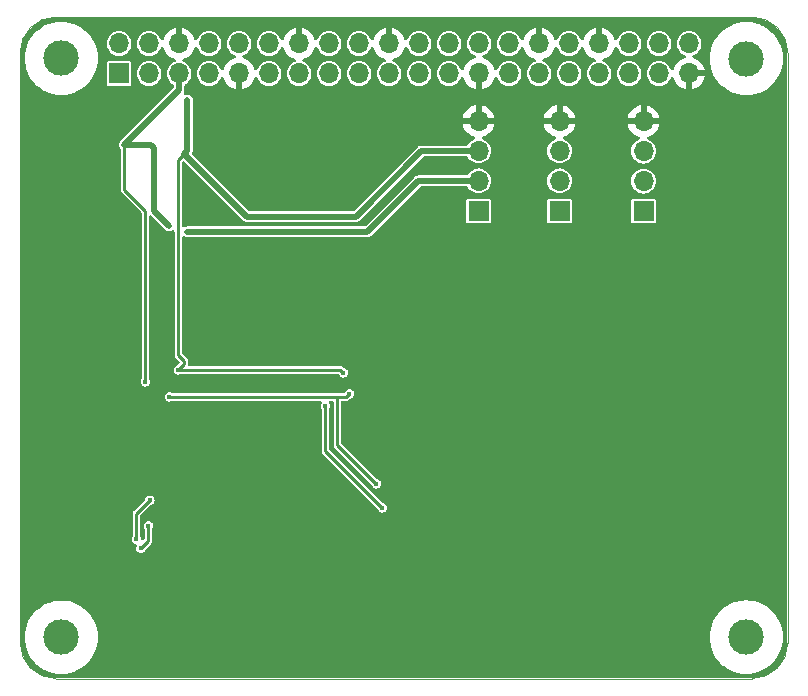
<source format=gbr>
G04 #@! TF.GenerationSoftware,KiCad,Pcbnew,7.0.8*
G04 #@! TF.CreationDate,2024-01-24T18:36:25+01:00*
G04 #@! TF.ProjectId,EDU_V3_0_Raspi_Hat,4544555f-5633-45f3-905f-52617370695f,rev?*
G04 #@! TF.SameCoordinates,Original*
G04 #@! TF.FileFunction,Copper,L4,Bot*
G04 #@! TF.FilePolarity,Positive*
%FSLAX46Y46*%
G04 Gerber Fmt 4.6, Leading zero omitted, Abs format (unit mm)*
G04 Created by KiCad (PCBNEW 7.0.8) date 2024-01-24 18:36:25*
%MOMM*%
%LPD*%
G01*
G04 APERTURE LIST*
G04 #@! TA.AperFunction,WasherPad*
%ADD10C,3.000000*%
G04 #@! TD*
G04 #@! TA.AperFunction,ComponentPad*
%ADD11O,1.700000X1.700000*%
G04 #@! TD*
G04 #@! TA.AperFunction,ComponentPad*
%ADD12R,1.700000X1.700000*%
G04 #@! TD*
G04 #@! TA.AperFunction,ViaPad*
%ADD13C,0.400000*%
G04 #@! TD*
G04 #@! TA.AperFunction,Conductor*
%ADD14C,0.250000*%
G04 #@! TD*
G04 #@! TA.AperFunction,Conductor*
%ADD15C,0.500000*%
G04 #@! TD*
G04 #@! TA.AperFunction,Profile*
%ADD16C,0.100000*%
G04 #@! TD*
G04 APERTURE END LIST*
D10*
X82040000Y-64310000D03*
X140040000Y-64330000D03*
X82040000Y-113320000D03*
X140030000Y-113310000D03*
D11*
X117358000Y-69606000D03*
X117358000Y-72146000D03*
X117358000Y-74686000D03*
D12*
X117358000Y-77226000D03*
D11*
X131328000Y-69616000D03*
X131328000Y-72156000D03*
X131328000Y-74696000D03*
D12*
X131328000Y-77236000D03*
D11*
X124216000Y-69606000D03*
X124216000Y-72146000D03*
X124216000Y-74686000D03*
D12*
X124216000Y-77226000D03*
D11*
X135180000Y-63050000D03*
X135180000Y-65590000D03*
X132640000Y-63050000D03*
X132640000Y-65590000D03*
X130100000Y-63050000D03*
X130100000Y-65590000D03*
X127560000Y-63050000D03*
X127560000Y-65590000D03*
X125020000Y-63050000D03*
X125020000Y-65590000D03*
X122480000Y-63050000D03*
X122480000Y-65590000D03*
X119940000Y-63050000D03*
X119940000Y-65590000D03*
X117400000Y-63050000D03*
X117400000Y-65590000D03*
X114860000Y-63050000D03*
X114860000Y-65590000D03*
X112320000Y-63050000D03*
X112320000Y-65590000D03*
X109780000Y-63050000D03*
X109780000Y-65590000D03*
X107240000Y-63050000D03*
X107240000Y-65590000D03*
X104700000Y-63050000D03*
X104700000Y-65590000D03*
X102160000Y-63050000D03*
X102160000Y-65590000D03*
X99620000Y-63050000D03*
X99620000Y-65590000D03*
X97080000Y-63050000D03*
X97080000Y-65590000D03*
X94540000Y-63050000D03*
X94540000Y-65590000D03*
X92000000Y-63050000D03*
X92000000Y-65590000D03*
X89460000Y-63050000D03*
X89460000Y-65590000D03*
X86920000Y-63050000D03*
D12*
X86920000Y-65590000D03*
D13*
X83000000Y-86000000D03*
X84000000Y-86000000D03*
X84000000Y-85000000D03*
X83000000Y-85000000D03*
X87000000Y-86000000D03*
X88000000Y-86000000D03*
X88000000Y-85000000D03*
X87000000Y-85000000D03*
X88773000Y-105791000D03*
X89408000Y-103886000D03*
X105918000Y-90932000D03*
X88392000Y-105029000D03*
X104394000Y-93726000D03*
X89535000Y-101727000D03*
X109220000Y-102362000D03*
X92456000Y-72390000D03*
X91948000Y-90678000D03*
X92710000Y-67818000D03*
X87376000Y-71628000D03*
X91186000Y-92964000D03*
X92710000Y-78994000D03*
X106426000Y-92710000D03*
X89154000Y-91694000D03*
X91186000Y-78486000D03*
X108712000Y-100330000D03*
D14*
X89408000Y-105156000D02*
X89408000Y-103886000D01*
X88773000Y-105791000D02*
X89408000Y-105156000D01*
X91948000Y-72898000D02*
X92456000Y-72390000D01*
X88392000Y-102870000D02*
X88392000Y-105029000D01*
X91948000Y-90678000D02*
X105664000Y-90678000D01*
D15*
X92710000Y-67818000D02*
X92710000Y-72136000D01*
X106944000Y-77714000D02*
X112512000Y-72146000D01*
X92456000Y-72390000D02*
X97780000Y-77714000D01*
D14*
X92456000Y-89916000D02*
X91948000Y-89408000D01*
X105664000Y-90678000D02*
X105918000Y-90932000D01*
X91948000Y-90678000D02*
X92456000Y-90170000D01*
X104394000Y-97536000D02*
X109220000Y-102362000D01*
D15*
X112512000Y-72146000D02*
X117358000Y-72146000D01*
D14*
X89535000Y-101727000D02*
X88392000Y-102870000D01*
X104394000Y-93726000D02*
X104394000Y-97536000D01*
X91948000Y-89408000D02*
X91948000Y-72898000D01*
D15*
X97780000Y-77714000D02*
X106944000Y-77714000D01*
D14*
X92456000Y-90170000D02*
X92456000Y-89916000D01*
D15*
X92710000Y-72136000D02*
X92456000Y-72390000D01*
X112268000Y-74676000D02*
X117348000Y-74676000D01*
X89662000Y-71628000D02*
X87376000Y-71628000D01*
X89916000Y-71882000D02*
X89662000Y-71628000D01*
D14*
X105410000Y-92964000D02*
X106172000Y-92964000D01*
X105410000Y-92964000D02*
X105410000Y-97028000D01*
X91186000Y-92964000D02*
X105410000Y-92964000D01*
X105410000Y-97028000D02*
X108712000Y-100330000D01*
D15*
X91186000Y-78486000D02*
X89916000Y-77216000D01*
D14*
X89154000Y-91694000D02*
X89154000Y-77216000D01*
D15*
X89916000Y-77216000D02*
X89916000Y-71882000D01*
D14*
X87376000Y-75438000D02*
X87376000Y-71628000D01*
D15*
X117348000Y-74676000D02*
X117358000Y-74686000D01*
X92710000Y-78994000D02*
X107950000Y-78994000D01*
X92000000Y-65590000D02*
X92000000Y-67004000D01*
X92000000Y-67004000D02*
X87376000Y-71628000D01*
X107950000Y-78994000D02*
X112268000Y-74676000D01*
D14*
X106172000Y-92964000D02*
X106426000Y-92710000D01*
X89154000Y-77216000D02*
X87376000Y-75438000D01*
G04 #@! TA.AperFunction,Conductor*
G36*
X140548120Y-60868210D02*
G01*
X140873075Y-60886454D01*
X140880086Y-60887244D01*
X141199208Y-60941461D01*
X141206076Y-60943029D01*
X141517133Y-61032638D01*
X141523781Y-61034965D01*
X141822835Y-61158833D01*
X141829197Y-61161896D01*
X142112513Y-61318476D01*
X142118482Y-61322227D01*
X142382475Y-61509536D01*
X142388002Y-61513944D01*
X142629359Y-61729632D01*
X142634343Y-61734616D01*
X142694666Y-61802116D01*
X142850030Y-61975967D01*
X142854439Y-61981495D01*
X143041751Y-62245485D01*
X143045513Y-62251472D01*
X143202082Y-62534761D01*
X143205150Y-62541132D01*
X143329017Y-62840172D01*
X143331352Y-62846846D01*
X143420959Y-63157878D01*
X143422533Y-63164771D01*
X143476750Y-63483878D01*
X143477542Y-63490904D01*
X143495757Y-63815262D01*
X143495856Y-63818795D01*
X143495856Y-113819929D01*
X143495854Y-113820890D01*
X143495751Y-113824472D01*
X143476973Y-114149065D01*
X143476171Y-114156082D01*
X143421513Y-114474753D01*
X143419931Y-114481636D01*
X143329981Y-114792179D01*
X143327639Y-114798842D01*
X143255585Y-114972153D01*
X143204898Y-115094069D01*
X143203519Y-115097385D01*
X143200446Y-115103744D01*
X143115963Y-115256176D01*
X143043713Y-115386534D01*
X143039953Y-115392504D01*
X142852575Y-115655990D01*
X142848166Y-115661507D01*
X142632501Y-115902380D01*
X142627503Y-115907370D01*
X142386239Y-116122620D01*
X142380714Y-116127019D01*
X142116911Y-116313921D01*
X142110928Y-116317674D01*
X141827856Y-116473913D01*
X141821491Y-116476974D01*
X141522740Y-116600564D01*
X141516072Y-116602894D01*
X141205359Y-116692299D01*
X141198473Y-116693869D01*
X140879711Y-116747963D01*
X140872693Y-116748753D01*
X140547122Y-116767012D01*
X140543594Y-116767111D01*
X81548131Y-116767111D01*
X81544597Y-116767012D01*
X81219647Y-116748758D01*
X81212630Y-116747968D01*
X80893525Y-116693745D01*
X80886642Y-116692175D01*
X80731122Y-116647368D01*
X80575607Y-116602563D01*
X80568934Y-116600228D01*
X80269909Y-116476364D01*
X80263539Y-116473297D01*
X79980237Y-116316719D01*
X79974256Y-116312960D01*
X79710268Y-116125647D01*
X79704763Y-116121256D01*
X79463411Y-115905569D01*
X79458414Y-115900572D01*
X79242729Y-115659216D01*
X79238321Y-115653688D01*
X79051023Y-115389715D01*
X79047261Y-115383729D01*
X78890693Y-115100439D01*
X78887625Y-115094069D01*
X78837128Y-114972160D01*
X78763756Y-114795022D01*
X78761425Y-114788360D01*
X78671820Y-114477332D01*
X78670248Y-114470450D01*
X78616029Y-114151337D01*
X78615237Y-114144311D01*
X78607750Y-114011004D01*
X78597453Y-113827656D01*
X78596955Y-113818782D01*
X78596856Y-113815248D01*
X78596856Y-113320000D01*
X78934615Y-113320000D01*
X78954140Y-113667690D01*
X79012471Y-114011004D01*
X79012473Y-114011013D01*
X79052900Y-114151337D01*
X79108880Y-114345648D01*
X79242140Y-114667365D01*
X79242145Y-114667376D01*
X79242152Y-114667388D01*
X79410588Y-114972153D01*
X79410592Y-114972160D01*
X79612109Y-115256172D01*
X79612114Y-115256179D01*
X79712465Y-115368471D01*
X79844161Y-115515839D01*
X79998414Y-115653688D01*
X80103820Y-115747885D01*
X80103823Y-115747887D01*
X80103824Y-115747888D01*
X80322728Y-115903208D01*
X80387839Y-115949407D01*
X80387846Y-115949411D01*
X80438824Y-115977585D01*
X80692624Y-116117855D01*
X81014356Y-116251121D01*
X81348987Y-116347527D01*
X81692307Y-116405859D01*
X81692306Y-116405859D01*
X81710793Y-116406897D01*
X82040000Y-116425385D01*
X82387693Y-116405859D01*
X82731013Y-116347527D01*
X83065644Y-116251121D01*
X83387376Y-116117855D01*
X83692164Y-115949405D01*
X83976176Y-115747888D01*
X84235839Y-115515839D01*
X84467888Y-115256176D01*
X84669405Y-114972164D01*
X84837855Y-114667376D01*
X84971121Y-114345644D01*
X85067527Y-114011013D01*
X85125859Y-113667693D01*
X85145385Y-113320000D01*
X85144823Y-113310000D01*
X136924615Y-113310000D01*
X136944140Y-113657690D01*
X137002471Y-114001004D01*
X137002473Y-114001013D01*
X137045781Y-114151337D01*
X137098880Y-114335648D01*
X137211782Y-114608216D01*
X137232145Y-114657376D01*
X137280242Y-114744402D01*
X137400588Y-114962153D01*
X137400592Y-114962160D01*
X137602109Y-115246172D01*
X137602114Y-115246179D01*
X137611051Y-115256179D01*
X137834161Y-115505839D01*
X137999063Y-115653205D01*
X138093820Y-115737885D01*
X138093823Y-115737887D01*
X138093824Y-115737888D01*
X138107914Y-115747885D01*
X138377839Y-115939407D01*
X138377846Y-115939411D01*
X138450312Y-115979461D01*
X138682624Y-116107855D01*
X139004356Y-116241121D01*
X139338987Y-116337527D01*
X139682307Y-116395859D01*
X139682306Y-116395859D01*
X139700793Y-116396897D01*
X140030000Y-116415385D01*
X140377693Y-116395859D01*
X140721013Y-116337527D01*
X141055644Y-116241121D01*
X141377376Y-116107855D01*
X141682164Y-115939405D01*
X141966176Y-115737888D01*
X142225839Y-115505839D01*
X142457888Y-115246176D01*
X142659405Y-114962164D01*
X142827855Y-114657376D01*
X142961121Y-114335644D01*
X143057527Y-114001013D01*
X143115859Y-113657693D01*
X143135385Y-113310000D01*
X143115859Y-112962307D01*
X143057527Y-112618987D01*
X142961121Y-112284356D01*
X142827855Y-111962624D01*
X142721275Y-111769783D01*
X142659411Y-111657846D01*
X142659407Y-111657839D01*
X142464981Y-111383820D01*
X142457888Y-111373824D01*
X142457887Y-111373823D01*
X142457885Y-111373820D01*
X142373205Y-111279063D01*
X142225839Y-111114161D01*
X142078471Y-110982465D01*
X141966179Y-110882114D01*
X141966172Y-110882109D01*
X141682160Y-110680592D01*
X141682153Y-110680588D01*
X141395482Y-110522152D01*
X141377376Y-110512145D01*
X141377369Y-110512142D01*
X141377365Y-110512140D01*
X141055648Y-110378880D01*
X140987221Y-110359166D01*
X140721013Y-110282473D01*
X140721007Y-110282472D01*
X140721004Y-110282471D01*
X140377687Y-110224140D01*
X140377693Y-110224140D01*
X140030000Y-110204615D01*
X139682309Y-110224140D01*
X139338995Y-110282471D01*
X139338989Y-110282472D01*
X139338987Y-110282473D01*
X139202142Y-110321897D01*
X139004351Y-110378880D01*
X138682634Y-110512140D01*
X138682611Y-110512152D01*
X138377846Y-110680588D01*
X138377839Y-110680592D01*
X138093827Y-110882109D01*
X138093820Y-110882114D01*
X137834161Y-111114161D01*
X137602114Y-111373820D01*
X137602109Y-111373827D01*
X137400592Y-111657839D01*
X137400588Y-111657846D01*
X137232152Y-111962611D01*
X137232140Y-111962634D01*
X137098880Y-112284351D01*
X137002471Y-112618995D01*
X136944140Y-112962309D01*
X136924615Y-113310000D01*
X85144823Y-113310000D01*
X85125859Y-112972307D01*
X85067527Y-112628987D01*
X84971121Y-112294356D01*
X84837855Y-111972624D01*
X84669405Y-111667836D01*
X84467888Y-111383824D01*
X84467887Y-111383823D01*
X84467885Y-111383820D01*
X84383205Y-111289063D01*
X84235839Y-111124161D01*
X84088471Y-110992465D01*
X83976179Y-110892114D01*
X83976172Y-110892109D01*
X83692160Y-110690592D01*
X83692153Y-110690588D01*
X83474402Y-110570242D01*
X83387376Y-110522145D01*
X83387369Y-110522142D01*
X83387365Y-110522140D01*
X83065648Y-110388880D01*
X82997221Y-110369166D01*
X82731013Y-110292473D01*
X82731007Y-110292472D01*
X82731004Y-110292471D01*
X82387687Y-110234140D01*
X82387693Y-110234140D01*
X82040000Y-110214615D01*
X81692309Y-110234140D01*
X81348995Y-110292471D01*
X81348989Y-110292472D01*
X81348987Y-110292473D01*
X81212142Y-110331897D01*
X81014351Y-110388880D01*
X80692634Y-110522140D01*
X80692611Y-110522152D01*
X80387846Y-110690588D01*
X80387839Y-110690592D01*
X80103827Y-110892109D01*
X80103820Y-110892114D01*
X79844161Y-111124161D01*
X79612114Y-111383820D01*
X79612109Y-111383827D01*
X79410592Y-111667839D01*
X79410588Y-111667846D01*
X79242152Y-111972611D01*
X79242140Y-111972634D01*
X79108880Y-112294351D01*
X79012471Y-112628995D01*
X78954140Y-112972309D01*
X78934615Y-113320000D01*
X78596856Y-113320000D01*
X78596856Y-105029000D01*
X87986508Y-105029000D01*
X88006354Y-105154304D01*
X88006355Y-105154305D01*
X88063949Y-105267342D01*
X88153657Y-105357050D01*
X88176041Y-105368455D01*
X88266696Y-105414646D01*
X88325421Y-105423947D01*
X88389572Y-105454358D01*
X88427099Y-105514627D01*
X88426085Y-105585616D01*
X88417975Y-105605597D01*
X88387355Y-105665692D01*
X88387354Y-105665694D01*
X88387354Y-105665696D01*
X88367508Y-105791000D01*
X88387354Y-105916304D01*
X88387355Y-105916305D01*
X88444949Y-106029342D01*
X88534657Y-106119050D01*
X88573299Y-106138738D01*
X88647696Y-106176646D01*
X88773000Y-106196492D01*
X88898304Y-106176646D01*
X89011342Y-106119050D01*
X89101050Y-106029342D01*
X89158646Y-105916304D01*
X89161768Y-105896591D01*
X89192177Y-105832437D01*
X89197104Y-105827220D01*
X89626186Y-105398138D01*
X89630204Y-105394456D01*
X89661194Y-105368455D01*
X89681415Y-105333428D01*
X89684352Y-105328817D01*
X89707554Y-105295684D01*
X89707555Y-105295681D01*
X89710157Y-105290101D01*
X89716479Y-105274838D01*
X89718587Y-105269046D01*
X89718588Y-105269045D01*
X89725607Y-105229231D01*
X89726798Y-105223863D01*
X89737264Y-105184808D01*
X89733740Y-105144518D01*
X89733500Y-105139026D01*
X89733500Y-104159597D01*
X89747233Y-104102394D01*
X89793646Y-104011304D01*
X89813492Y-103886000D01*
X89793646Y-103760696D01*
X89755738Y-103686299D01*
X89736050Y-103647657D01*
X89646342Y-103557949D01*
X89570502Y-103519307D01*
X89533304Y-103500354D01*
X89408000Y-103480508D01*
X89282696Y-103500354D01*
X89282694Y-103500354D01*
X89282694Y-103500355D01*
X89169657Y-103557949D01*
X89079949Y-103647657D01*
X89022355Y-103760694D01*
X89022354Y-103760696D01*
X89002508Y-103886000D01*
X89022354Y-104011304D01*
X89022355Y-104011305D01*
X89068767Y-104102394D01*
X89082500Y-104159597D01*
X89082500Y-104968982D01*
X89062498Y-105037103D01*
X89045594Y-105058079D01*
X89010248Y-105093424D01*
X88947935Y-105127448D01*
X88877120Y-105122382D01*
X88820285Y-105079835D01*
X88796706Y-105024040D01*
X88777646Y-104903696D01*
X88761731Y-104872463D01*
X88731233Y-104812604D01*
X88717500Y-104755402D01*
X88717500Y-103057016D01*
X88737502Y-102988895D01*
X88754400Y-102967925D01*
X89571204Y-102151120D01*
X89633515Y-102117097D01*
X89640591Y-102115768D01*
X89644933Y-102115080D01*
X89660304Y-102112646D01*
X89773342Y-102055050D01*
X89863050Y-101965342D01*
X89920646Y-101852304D01*
X89940492Y-101727000D01*
X89920646Y-101601696D01*
X89882738Y-101527299D01*
X89863050Y-101488657D01*
X89773342Y-101398949D01*
X89697502Y-101360307D01*
X89660304Y-101341354D01*
X89535000Y-101321508D01*
X89409696Y-101341354D01*
X89409694Y-101341354D01*
X89409694Y-101341355D01*
X89296657Y-101398949D01*
X89206949Y-101488657D01*
X89149354Y-101601695D01*
X89146230Y-101621416D01*
X89115815Y-101685568D01*
X89110877Y-101690795D01*
X88173843Y-102627829D01*
X88169792Y-102631542D01*
X88138806Y-102657544D01*
X88138804Y-102657547D01*
X88118589Y-102692558D01*
X88115638Y-102697191D01*
X88092445Y-102730316D01*
X88089873Y-102735832D01*
X88083493Y-102751235D01*
X88081412Y-102756952D01*
X88074392Y-102796761D01*
X88073203Y-102802126D01*
X88062736Y-102841192D01*
X88062736Y-102841194D01*
X88066260Y-102881465D01*
X88066500Y-102886959D01*
X88066500Y-104755402D01*
X88052767Y-104812604D01*
X88006355Y-104903692D01*
X88006354Y-104903694D01*
X88006354Y-104903696D01*
X87986508Y-105029000D01*
X78596856Y-105029000D01*
X78596856Y-92964000D01*
X90780508Y-92964000D01*
X90800354Y-93089304D01*
X90805853Y-93100096D01*
X90857949Y-93202342D01*
X90947657Y-93292050D01*
X90981909Y-93309502D01*
X91060696Y-93349646D01*
X91186000Y-93369492D01*
X91311304Y-93349646D01*
X91402394Y-93303232D01*
X91459597Y-93289500D01*
X103962631Y-93289500D01*
X104030752Y-93309502D01*
X104077245Y-93363158D01*
X104087349Y-93433432D01*
X104069186Y-93478177D01*
X104070452Y-93478822D01*
X104065950Y-93487658D01*
X104008354Y-93600696D01*
X103988508Y-93726000D01*
X104008354Y-93851304D01*
X104008355Y-93851305D01*
X104054767Y-93942394D01*
X104068500Y-93999597D01*
X104068500Y-97519039D01*
X104068260Y-97524532D01*
X104064736Y-97564804D01*
X104064736Y-97564806D01*
X104075203Y-97603872D01*
X104076393Y-97609240D01*
X104083412Y-97649047D01*
X104085505Y-97654796D01*
X104091866Y-97670152D01*
X104094445Y-97675683D01*
X104117634Y-97708800D01*
X104120587Y-97713436D01*
X104140806Y-97748455D01*
X104171787Y-97774451D01*
X104175829Y-97778155D01*
X106489331Y-100091657D01*
X108795877Y-102398203D01*
X108829903Y-102460515D01*
X108831230Y-102467583D01*
X108834354Y-102487304D01*
X108834355Y-102487305D01*
X108891949Y-102600342D01*
X108981657Y-102690050D01*
X109020299Y-102709738D01*
X109094696Y-102747646D01*
X109220000Y-102767492D01*
X109345304Y-102747646D01*
X109458342Y-102690050D01*
X109548050Y-102600342D01*
X109605646Y-102487304D01*
X109625492Y-102362000D01*
X109605646Y-102236696D01*
X109562044Y-102151122D01*
X109548050Y-102123657D01*
X109458342Y-102033949D01*
X109383458Y-101995794D01*
X109345304Y-101976354D01*
X109340520Y-101975596D01*
X109325583Y-101973230D01*
X109261431Y-101942816D01*
X109256203Y-101937877D01*
X104756405Y-97438079D01*
X104722379Y-97375767D01*
X104719500Y-97348984D01*
X104719500Y-93999597D01*
X104733233Y-93942394D01*
X104779646Y-93851304D01*
X104799492Y-93726000D01*
X104779646Y-93600696D01*
X104722050Y-93487658D01*
X104717548Y-93478822D01*
X104719285Y-93477936D01*
X104699575Y-93422697D01*
X104715653Y-93353545D01*
X104766566Y-93304063D01*
X104825369Y-93289500D01*
X104958500Y-93289500D01*
X105026621Y-93309502D01*
X105073114Y-93363158D01*
X105084500Y-93415500D01*
X105084500Y-97011039D01*
X105084260Y-97016532D01*
X105080736Y-97056804D01*
X105080736Y-97056806D01*
X105091203Y-97095872D01*
X105092393Y-97101240D01*
X105099412Y-97141047D01*
X105101505Y-97146796D01*
X105107866Y-97162152D01*
X105110445Y-97167683D01*
X105133634Y-97200800D01*
X105136587Y-97205436D01*
X105156806Y-97240455D01*
X105187787Y-97266451D01*
X105191829Y-97270155D01*
X107827550Y-99905877D01*
X108287877Y-100366204D01*
X108321903Y-100428516D01*
X108323230Y-100435584D01*
X108325702Y-100451191D01*
X108326354Y-100455304D01*
X108326355Y-100455305D01*
X108383949Y-100568342D01*
X108473657Y-100658050D01*
X108512299Y-100677738D01*
X108586696Y-100715646D01*
X108712000Y-100735492D01*
X108837304Y-100715646D01*
X108950342Y-100658050D01*
X109040050Y-100568342D01*
X109097646Y-100455304D01*
X109117492Y-100330000D01*
X109097646Y-100204696D01*
X109059738Y-100130299D01*
X109040050Y-100091657D01*
X108950342Y-100001949D01*
X108875458Y-99963794D01*
X108837304Y-99944354D01*
X108833191Y-99943702D01*
X108817584Y-99941230D01*
X108753432Y-99910816D01*
X108748204Y-99905877D01*
X105772405Y-96930078D01*
X105738379Y-96867766D01*
X105735500Y-96840983D01*
X105735500Y-93415500D01*
X105755502Y-93347379D01*
X105809158Y-93300886D01*
X105861500Y-93289500D01*
X106155040Y-93289500D01*
X106160525Y-93289739D01*
X106200807Y-93293264D01*
X106205338Y-93292050D01*
X106213958Y-93289740D01*
X106239870Y-93282796D01*
X106245231Y-93281607D01*
X106285045Y-93274588D01*
X106285047Y-93274586D01*
X106290838Y-93272479D01*
X106306101Y-93266157D01*
X106311681Y-93263555D01*
X106311681Y-93263554D01*
X106311684Y-93263554D01*
X106344817Y-93240352D01*
X106349428Y-93237415D01*
X106384455Y-93217194D01*
X106410453Y-93186209D01*
X106414146Y-93182178D01*
X106462204Y-93134120D01*
X106524514Y-93100096D01*
X106531591Y-93098768D01*
X106535933Y-93098080D01*
X106551304Y-93095646D01*
X106664342Y-93038050D01*
X106754050Y-92948342D01*
X106811646Y-92835304D01*
X106831492Y-92710000D01*
X106811646Y-92584696D01*
X106773738Y-92510299D01*
X106754050Y-92471657D01*
X106664342Y-92381949D01*
X106588502Y-92343307D01*
X106551304Y-92324354D01*
X106426000Y-92304508D01*
X106300696Y-92324354D01*
X106300694Y-92324354D01*
X106300694Y-92324355D01*
X106187657Y-92381949D01*
X106097951Y-92471655D01*
X106097949Y-92471658D01*
X106047993Y-92569703D01*
X105999244Y-92621318D01*
X105935726Y-92638500D01*
X91459597Y-92638500D01*
X91402394Y-92624767D01*
X91395625Y-92621318D01*
X91311304Y-92578354D01*
X91186000Y-92558508D01*
X91060696Y-92578354D01*
X91060694Y-92578354D01*
X91060694Y-92578355D01*
X90947657Y-92635949D01*
X90857949Y-92725657D01*
X90802082Y-92835304D01*
X90800354Y-92838696D01*
X90780508Y-92964000D01*
X78596856Y-92964000D01*
X78596856Y-71593957D01*
X86921685Y-71593957D01*
X86924603Y-71632911D01*
X86924735Y-71639976D01*
X86923275Y-71679008D01*
X86923276Y-71679012D01*
X86926859Y-71692386D01*
X86930798Y-71715571D01*
X86931832Y-71729372D01*
X86931834Y-71729379D01*
X86946104Y-71765740D01*
X86948313Y-71772454D01*
X86950184Y-71779435D01*
X86958424Y-71810187D01*
X86964018Y-71819090D01*
X86965790Y-71821910D01*
X86976391Y-71842910D01*
X86981447Y-71855793D01*
X87005801Y-71886332D01*
X87009890Y-71892095D01*
X87017235Y-71903783D01*
X87030677Y-71925175D01*
X87030678Y-71925175D01*
X87031184Y-71925981D01*
X87050500Y-71993022D01*
X87050500Y-75421039D01*
X87050260Y-75426526D01*
X87048871Y-75442409D01*
X87046736Y-75466804D01*
X87046736Y-75466806D01*
X87057203Y-75505872D01*
X87058393Y-75511240D01*
X87065412Y-75551047D01*
X87067505Y-75556796D01*
X87073866Y-75572152D01*
X87076445Y-75577683D01*
X87099634Y-75610800D01*
X87102587Y-75615436D01*
X87122806Y-75650455D01*
X87135649Y-75661232D01*
X87153787Y-75676451D01*
X87157829Y-75680155D01*
X88240658Y-76762984D01*
X88791595Y-77313921D01*
X88825621Y-77376233D01*
X88828500Y-77403016D01*
X88828500Y-91420402D01*
X88814767Y-91477604D01*
X88768355Y-91568692D01*
X88768354Y-91568694D01*
X88768354Y-91568696D01*
X88748508Y-91694000D01*
X88768354Y-91819304D01*
X88768355Y-91819305D01*
X88825949Y-91932342D01*
X88915657Y-92022050D01*
X88954299Y-92041738D01*
X89028696Y-92079646D01*
X89154000Y-92099492D01*
X89279304Y-92079646D01*
X89392342Y-92022050D01*
X89482050Y-91932342D01*
X89539646Y-91819304D01*
X89559492Y-91694000D01*
X89539646Y-91568696D01*
X89539644Y-91568692D01*
X89493233Y-91477604D01*
X89479500Y-91420402D01*
X89479500Y-77720794D01*
X89499502Y-77652673D01*
X89553158Y-77606180D01*
X89623432Y-77596076D01*
X89688012Y-77625570D01*
X89694595Y-77631699D01*
X90891318Y-78828422D01*
X90891321Y-78828424D01*
X90891322Y-78828425D01*
X90973118Y-78888793D01*
X90973119Y-78888793D01*
X90973120Y-78888794D01*
X90973123Y-78888795D01*
X91101298Y-78933646D01*
X91110747Y-78933999D01*
X91237010Y-78938724D01*
X91368187Y-78903575D01*
X91429464Y-78865071D01*
X91497784Y-78845766D01*
X91565698Y-78866461D01*
X91611641Y-78920588D01*
X91622500Y-78971759D01*
X91622500Y-89391039D01*
X91622260Y-89396532D01*
X91618736Y-89436804D01*
X91618736Y-89436806D01*
X91629203Y-89475872D01*
X91630393Y-89481240D01*
X91637412Y-89521047D01*
X91639505Y-89526796D01*
X91645866Y-89542152D01*
X91648445Y-89547683D01*
X91671634Y-89580800D01*
X91674587Y-89585436D01*
X91694806Y-89620455D01*
X91725781Y-89646447D01*
X91729835Y-89650162D01*
X92033578Y-89953905D01*
X92067603Y-90016217D01*
X92062538Y-90087033D01*
X92033577Y-90132095D01*
X91911795Y-90253877D01*
X91849483Y-90287903D01*
X91842416Y-90289230D01*
X91822695Y-90292354D01*
X91709657Y-90349949D01*
X91619949Y-90439657D01*
X91567177Y-90543230D01*
X91562354Y-90552696D01*
X91542508Y-90678000D01*
X91562354Y-90803304D01*
X91581307Y-90840502D01*
X91619949Y-90916342D01*
X91709657Y-91006050D01*
X91743909Y-91023502D01*
X91822696Y-91063646D01*
X91948000Y-91083492D01*
X92073304Y-91063646D01*
X92164394Y-91017232D01*
X92221597Y-91003500D01*
X105427726Y-91003500D01*
X105495847Y-91023502D01*
X105539993Y-91072297D01*
X105589949Y-91170341D01*
X105589951Y-91170344D01*
X105679657Y-91260050D01*
X105718299Y-91279738D01*
X105792696Y-91317646D01*
X105918000Y-91337492D01*
X106043304Y-91317646D01*
X106156342Y-91260050D01*
X106246050Y-91170342D01*
X106303646Y-91057304D01*
X106323492Y-90932000D01*
X106303646Y-90806696D01*
X106265738Y-90732299D01*
X106246050Y-90693657D01*
X106156342Y-90603949D01*
X106081458Y-90565794D01*
X106043304Y-90546354D01*
X106038520Y-90545596D01*
X106023583Y-90543230D01*
X105959431Y-90512816D01*
X105954203Y-90507877D01*
X105906165Y-90459839D01*
X105902450Y-90455786D01*
X105876454Y-90424805D01*
X105876451Y-90424803D01*
X105841435Y-90404586D01*
X105836800Y-90401633D01*
X105803683Y-90378445D01*
X105798152Y-90375866D01*
X105782796Y-90369505D01*
X105777047Y-90367412D01*
X105753174Y-90363202D01*
X105737234Y-90360391D01*
X105731872Y-90359203D01*
X105692808Y-90348736D01*
X105692805Y-90348736D01*
X105681127Y-90349757D01*
X105652524Y-90352260D01*
X105647040Y-90352500D01*
X92908288Y-90352500D01*
X92840167Y-90332498D01*
X92793674Y-90278842D01*
X92783570Y-90208568D01*
X92785032Y-90201436D01*
X92785261Y-90198812D01*
X92785263Y-90198807D01*
X92783052Y-90173541D01*
X92781740Y-90158529D01*
X92781500Y-90153037D01*
X92781500Y-89932948D01*
X92781740Y-89927455D01*
X92785263Y-89887193D01*
X92774794Y-89848126D01*
X92773610Y-89842779D01*
X92766588Y-89802955D01*
X92764492Y-89797196D01*
X92758146Y-89781876D01*
X92755553Y-89776316D01*
X92732364Y-89743198D01*
X92729410Y-89738561D01*
X92709195Y-89703547D01*
X92709194Y-89703545D01*
X92678215Y-89677550D01*
X92674175Y-89673848D01*
X92310405Y-89310078D01*
X92276379Y-89247766D01*
X92273500Y-89220983D01*
X92273500Y-79480045D01*
X92293502Y-79411924D01*
X92347158Y-79365431D01*
X92417432Y-79355327D01*
X92470477Y-79375939D01*
X92512327Y-79404472D01*
X92544769Y-79414479D01*
X92642095Y-79444500D01*
X92642098Y-79444500D01*
X107921157Y-79444500D01*
X107928211Y-79444895D01*
X107967035Y-79449270D01*
X107967035Y-79449269D01*
X107967036Y-79449270D01*
X107967036Y-79449269D01*
X107992397Y-79444470D01*
X108025478Y-79438212D01*
X108056636Y-79433515D01*
X108084287Y-79429348D01*
X108084295Y-79429343D01*
X108092472Y-79426821D01*
X108100472Y-79424023D01*
X108153073Y-79396222D01*
X108170484Y-79387836D01*
X108206642Y-79370425D01*
X108206646Y-79370421D01*
X108213685Y-79365622D01*
X108220531Y-79360569D01*
X108220538Y-79360566D01*
X108262600Y-79318503D01*
X108306194Y-79278055D01*
X108306197Y-79278048D01*
X108312081Y-79270672D01*
X108312762Y-79271215D01*
X108322219Y-79258883D01*
X109485354Y-78095748D01*
X116307500Y-78095748D01*
X116309489Y-78105746D01*
X116318161Y-78149348D01*
X116319133Y-78154231D01*
X116363448Y-78220552D01*
X116429769Y-78264867D01*
X116488252Y-78276500D01*
X116488253Y-78276500D01*
X118227747Y-78276500D01*
X118227748Y-78276500D01*
X118286231Y-78264867D01*
X118352552Y-78220552D01*
X118396867Y-78154231D01*
X118408500Y-78095748D01*
X123165500Y-78095748D01*
X123167489Y-78105746D01*
X123176161Y-78149348D01*
X123177133Y-78154231D01*
X123221448Y-78220552D01*
X123287769Y-78264867D01*
X123346252Y-78276500D01*
X123346253Y-78276500D01*
X125085747Y-78276500D01*
X125085748Y-78276500D01*
X125144231Y-78264867D01*
X125210552Y-78220552D01*
X125254867Y-78154231D01*
X125264510Y-78105750D01*
X130277500Y-78105750D01*
X130288682Y-78161967D01*
X130289133Y-78164231D01*
X130333448Y-78230552D01*
X130399769Y-78274867D01*
X130458252Y-78286500D01*
X130458253Y-78286500D01*
X132197747Y-78286500D01*
X132197748Y-78286500D01*
X132256231Y-78274867D01*
X132322552Y-78230552D01*
X132366867Y-78164231D01*
X132378500Y-78105748D01*
X132378500Y-76366252D01*
X132366867Y-76307769D01*
X132322552Y-76241448D01*
X132256231Y-76197133D01*
X132256228Y-76197132D01*
X132197750Y-76185500D01*
X132197748Y-76185500D01*
X130458252Y-76185500D01*
X130458249Y-76185500D01*
X130399771Y-76197132D01*
X130399768Y-76197133D01*
X130333448Y-76241448D01*
X130289133Y-76307768D01*
X130289132Y-76307771D01*
X130277500Y-76366249D01*
X130277500Y-78105750D01*
X125264510Y-78105750D01*
X125266500Y-78095748D01*
X125266500Y-76356252D01*
X125254867Y-76297769D01*
X125210552Y-76231448D01*
X125144231Y-76187133D01*
X125144228Y-76187132D01*
X125085750Y-76175500D01*
X125085748Y-76175500D01*
X123346252Y-76175500D01*
X123346249Y-76175500D01*
X123287771Y-76187132D01*
X123287768Y-76187133D01*
X123221448Y-76231448D01*
X123177133Y-76297768D01*
X123177132Y-76297771D01*
X123165500Y-76356249D01*
X123165500Y-76356252D01*
X123165500Y-78095748D01*
X118408500Y-78095748D01*
X118408500Y-76356252D01*
X118396867Y-76297769D01*
X118352552Y-76231448D01*
X118286231Y-76187133D01*
X118286228Y-76187132D01*
X118227750Y-76175500D01*
X118227748Y-76175500D01*
X116488252Y-76175500D01*
X116488249Y-76175500D01*
X116429771Y-76187132D01*
X116429768Y-76187133D01*
X116363448Y-76231448D01*
X116319133Y-76297768D01*
X116319132Y-76297771D01*
X116307500Y-76356249D01*
X116307500Y-76356252D01*
X116307500Y-78095748D01*
X109485354Y-78095748D01*
X112417698Y-75163405D01*
X112480010Y-75129379D01*
X112506793Y-75126500D01*
X116326781Y-75126500D01*
X116394902Y-75146502D01*
X116437901Y-75193101D01*
X116480313Y-75272447D01*
X116480316Y-75272451D01*
X116604512Y-75423786D01*
X116611590Y-75432410D01*
X116771550Y-75563685D01*
X116954046Y-75661232D01*
X117152066Y-75721300D01*
X117152070Y-75721300D01*
X117152072Y-75721301D01*
X117357997Y-75741583D01*
X117358000Y-75741583D01*
X117358003Y-75741583D01*
X117563927Y-75721301D01*
X117563928Y-75721300D01*
X117563934Y-75721300D01*
X117761954Y-75661232D01*
X117944450Y-75563685D01*
X118104410Y-75432410D01*
X118235685Y-75272450D01*
X118333232Y-75089954D01*
X118393300Y-74891934D01*
X118412599Y-74695996D01*
X118413583Y-74686003D01*
X123160417Y-74686003D01*
X123180698Y-74891927D01*
X123180699Y-74891933D01*
X123180700Y-74891934D01*
X123240768Y-75089954D01*
X123338315Y-75272450D01*
X123469590Y-75432410D01*
X123629550Y-75563685D01*
X123812046Y-75661232D01*
X124010066Y-75721300D01*
X124010070Y-75721300D01*
X124010072Y-75721301D01*
X124215997Y-75741583D01*
X124216000Y-75741583D01*
X124216003Y-75741583D01*
X124421927Y-75721301D01*
X124421928Y-75721300D01*
X124421934Y-75721300D01*
X124619954Y-75661232D01*
X124802450Y-75563685D01*
X124962410Y-75432410D01*
X125093685Y-75272450D01*
X125191232Y-75089954D01*
X125251300Y-74891934D01*
X125270598Y-74696003D01*
X130272417Y-74696003D01*
X130292698Y-74901927D01*
X130352768Y-75099954D01*
X130447811Y-75277767D01*
X130450315Y-75282450D01*
X130581590Y-75442410D01*
X130741550Y-75573685D01*
X130924046Y-75671232D01*
X131122066Y-75731300D01*
X131122070Y-75731300D01*
X131122072Y-75731301D01*
X131327997Y-75751583D01*
X131328000Y-75751583D01*
X131328003Y-75751583D01*
X131533927Y-75731301D01*
X131533928Y-75731300D01*
X131533934Y-75731300D01*
X131731954Y-75671232D01*
X131914450Y-75573685D01*
X132074410Y-75442410D01*
X132205685Y-75282450D01*
X132303232Y-75099954D01*
X132363300Y-74901934D01*
X132383583Y-74696000D01*
X132383583Y-74695996D01*
X132363301Y-74490072D01*
X132363300Y-74490070D01*
X132363300Y-74490066D01*
X132303232Y-74292046D01*
X132205685Y-74109550D01*
X132074410Y-73949590D01*
X131914450Y-73818315D01*
X131914448Y-73818314D01*
X131914447Y-73818313D01*
X131731954Y-73720768D01*
X131533927Y-73660698D01*
X131328003Y-73640417D01*
X131327997Y-73640417D01*
X131122072Y-73660698D01*
X130924045Y-73720768D01*
X130741552Y-73818313D01*
X130581590Y-73949590D01*
X130450313Y-74109552D01*
X130352768Y-74292045D01*
X130292698Y-74490072D01*
X130272417Y-74695996D01*
X130272417Y-74696003D01*
X125270598Y-74696003D01*
X125270599Y-74695996D01*
X125271583Y-74686003D01*
X125271583Y-74685996D01*
X125251301Y-74480072D01*
X125251300Y-74480070D01*
X125251300Y-74480066D01*
X125191232Y-74282046D01*
X125093685Y-74099550D01*
X124962410Y-73939590D01*
X124802450Y-73808315D01*
X124802448Y-73808314D01*
X124802447Y-73808313D01*
X124619954Y-73710768D01*
X124421927Y-73650698D01*
X124216003Y-73630417D01*
X124215997Y-73630417D01*
X124010072Y-73650698D01*
X123812045Y-73710768D01*
X123629552Y-73808313D01*
X123469590Y-73939590D01*
X123338313Y-74099552D01*
X123240768Y-74282045D01*
X123180698Y-74480072D01*
X123160417Y-74685996D01*
X123160417Y-74686003D01*
X118413583Y-74686003D01*
X118413583Y-74685996D01*
X118393301Y-74480072D01*
X118393300Y-74480070D01*
X118393300Y-74480066D01*
X118333232Y-74282046D01*
X118235685Y-74099550D01*
X118104410Y-73939590D01*
X117944450Y-73808315D01*
X117944448Y-73808314D01*
X117944447Y-73808313D01*
X117761954Y-73710768D01*
X117563927Y-73650698D01*
X117358003Y-73630417D01*
X117357997Y-73630417D01*
X117152072Y-73650698D01*
X116954045Y-73710768D01*
X116771552Y-73808313D01*
X116611590Y-73939590D01*
X116480313Y-74099552D01*
X116448594Y-74158896D01*
X116398842Y-74209544D01*
X116337472Y-74225500D01*
X112296843Y-74225500D01*
X112289788Y-74225104D01*
X112250965Y-74220730D01*
X112250964Y-74220730D01*
X112250963Y-74220730D01*
X112250962Y-74220730D01*
X112207131Y-74229023D01*
X112192520Y-74231788D01*
X112133713Y-74240652D01*
X112133711Y-74240653D01*
X112125536Y-74243174D01*
X112117528Y-74245977D01*
X112064936Y-74273773D01*
X112047757Y-74282046D01*
X112011357Y-74299575D01*
X112004331Y-74304365D01*
X111997462Y-74309434D01*
X111955413Y-74351483D01*
X111911808Y-74391942D01*
X111905919Y-74399327D01*
X111905244Y-74398789D01*
X111895779Y-74411116D01*
X107800302Y-78506595D01*
X107737990Y-78540620D01*
X107711207Y-78543500D01*
X92676238Y-78543500D01*
X92575713Y-78558652D01*
X92575711Y-78558652D01*
X92575710Y-78558653D01*
X92454169Y-78617184D01*
X92384116Y-78628719D01*
X92318947Y-78600550D01*
X92279353Y-78541619D01*
X92273500Y-78503662D01*
X92273500Y-73148793D01*
X92293502Y-73080672D01*
X92347158Y-73034179D01*
X92417432Y-73024075D01*
X92482012Y-73053569D01*
X92488580Y-73059684D01*
X97441056Y-78012159D01*
X97445758Y-78017421D01*
X97462571Y-78038503D01*
X97470121Y-78047970D01*
X97519271Y-78081480D01*
X97567118Y-78116793D01*
X97567121Y-78116794D01*
X97574660Y-78120779D01*
X97582324Y-78124470D01*
X97582327Y-78124472D01*
X97639177Y-78142007D01*
X97695301Y-78161646D01*
X97695307Y-78161646D01*
X97703715Y-78163237D01*
X97712094Y-78164500D01*
X97771574Y-78164500D01*
X97831010Y-78166724D01*
X97831016Y-78166722D01*
X97840390Y-78165667D01*
X97840487Y-78166528D01*
X97855897Y-78164500D01*
X106915157Y-78164500D01*
X106922211Y-78164895D01*
X106961035Y-78169270D01*
X106961035Y-78169269D01*
X106961036Y-78169270D01*
X106961036Y-78169269D01*
X106987681Y-78164228D01*
X107019478Y-78158212D01*
X107050636Y-78153515D01*
X107078287Y-78149348D01*
X107078295Y-78149343D01*
X107086472Y-78146821D01*
X107094472Y-78144023D01*
X107147073Y-78116222D01*
X107168826Y-78105746D01*
X107200642Y-78090425D01*
X107200646Y-78090421D01*
X107207685Y-78085622D01*
X107214531Y-78080569D01*
X107214538Y-78080566D01*
X107256600Y-78038503D01*
X107300194Y-77998055D01*
X107300197Y-77998048D01*
X107306081Y-77990672D01*
X107306762Y-77991215D01*
X107316219Y-77978883D01*
X112661698Y-72633405D01*
X112724010Y-72599379D01*
X112750793Y-72596500D01*
X116332127Y-72596500D01*
X116400248Y-72616502D01*
X116443249Y-72663104D01*
X116473958Y-72720558D01*
X116480315Y-72732450D01*
X116611590Y-72892410D01*
X116771550Y-73023685D01*
X116954046Y-73121232D01*
X117152066Y-73181300D01*
X117152070Y-73181300D01*
X117152072Y-73181301D01*
X117357997Y-73201583D01*
X117358000Y-73201583D01*
X117358003Y-73201583D01*
X117563927Y-73181301D01*
X117563928Y-73181300D01*
X117563934Y-73181300D01*
X117761954Y-73121232D01*
X117944450Y-73023685D01*
X118104410Y-72892410D01*
X118235685Y-72732450D01*
X118333232Y-72549954D01*
X118393300Y-72351934D01*
X118397894Y-72305299D01*
X118413583Y-72146003D01*
X118413583Y-72145996D01*
X118393301Y-71940072D01*
X118393300Y-71940070D01*
X118393300Y-71940066D01*
X118333232Y-71742046D01*
X118235685Y-71559550D01*
X118104410Y-71399590D01*
X117944450Y-71268315D01*
X117944448Y-71268314D01*
X117944447Y-71268313D01*
X117761955Y-71170768D01*
X117740042Y-71164121D01*
X117721104Y-71158376D01*
X117661724Y-71119462D01*
X117632808Y-71054620D01*
X117643539Y-70984439D01*
X117690509Y-70931200D01*
X117716769Y-70918629D01*
X117905369Y-70853883D01*
X117905371Y-70853882D01*
X118103300Y-70746768D01*
X118103301Y-70746767D01*
X118280902Y-70608534D01*
X118433325Y-70442958D01*
X118556419Y-70254548D01*
X118646820Y-70048456D01*
X118646823Y-70048449D01*
X118694544Y-69860000D01*
X122879455Y-69860000D01*
X122927176Y-70048449D01*
X122927179Y-70048456D01*
X123017580Y-70254548D01*
X123140674Y-70442958D01*
X123293097Y-70608534D01*
X123470698Y-70746767D01*
X123470699Y-70746768D01*
X123668628Y-70853882D01*
X123668630Y-70853883D01*
X123857230Y-70918629D01*
X123915165Y-70959666D01*
X123941717Y-71025511D01*
X123928456Y-71095258D01*
X123879591Y-71146763D01*
X123852894Y-71158376D01*
X123812051Y-71170765D01*
X123812046Y-71170767D01*
X123629552Y-71268313D01*
X123469590Y-71399590D01*
X123338313Y-71559552D01*
X123240768Y-71742045D01*
X123180698Y-71940072D01*
X123160417Y-72145996D01*
X123160417Y-72146003D01*
X123180698Y-72351927D01*
X123180699Y-72351933D01*
X123180700Y-72351934D01*
X123189862Y-72382138D01*
X123240768Y-72549954D01*
X123331958Y-72720558D01*
X123338315Y-72732450D01*
X123469590Y-72892410D01*
X123629550Y-73023685D01*
X123812046Y-73121232D01*
X124010066Y-73181300D01*
X124010070Y-73181300D01*
X124010072Y-73181301D01*
X124215997Y-73201583D01*
X124216000Y-73201583D01*
X124216003Y-73201583D01*
X124421927Y-73181301D01*
X124421928Y-73181300D01*
X124421934Y-73181300D01*
X124619954Y-73121232D01*
X124802450Y-73023685D01*
X124962410Y-72892410D01*
X125093685Y-72732450D01*
X125191232Y-72549954D01*
X125251300Y-72351934D01*
X125255894Y-72305299D01*
X125271583Y-72146003D01*
X125271583Y-72145996D01*
X125251301Y-71940072D01*
X125251300Y-71940070D01*
X125251300Y-71940066D01*
X125191232Y-71742046D01*
X125093685Y-71559550D01*
X124962410Y-71399590D01*
X124802450Y-71268315D01*
X124802448Y-71268314D01*
X124802447Y-71268313D01*
X124619955Y-71170768D01*
X124598042Y-71164121D01*
X124579104Y-71158376D01*
X124519724Y-71119462D01*
X124490808Y-71054620D01*
X124501539Y-70984439D01*
X124548509Y-70931200D01*
X124574769Y-70918629D01*
X124763369Y-70853883D01*
X124763371Y-70853882D01*
X124961300Y-70746768D01*
X124961301Y-70746767D01*
X125138902Y-70608534D01*
X125291325Y-70442958D01*
X125414419Y-70254548D01*
X125504820Y-70048456D01*
X125504823Y-70048449D01*
X125550012Y-69870000D01*
X129991455Y-69870000D01*
X130039176Y-70058449D01*
X130039179Y-70058456D01*
X130129580Y-70264548D01*
X130252674Y-70452958D01*
X130405097Y-70618534D01*
X130582698Y-70756767D01*
X130582699Y-70756768D01*
X130780628Y-70863882D01*
X130780630Y-70863883D01*
X130969230Y-70928629D01*
X131027165Y-70969666D01*
X131053717Y-71035511D01*
X131040456Y-71105258D01*
X130991591Y-71156763D01*
X130964894Y-71168376D01*
X130924051Y-71180765D01*
X130924046Y-71180767D01*
X130741552Y-71278313D01*
X130581590Y-71409590D01*
X130450313Y-71569552D01*
X130352768Y-71752045D01*
X130292698Y-71950072D01*
X130272417Y-72155996D01*
X130272417Y-72156003D01*
X130292698Y-72361927D01*
X130352768Y-72559954D01*
X130444969Y-72732450D01*
X130450315Y-72742450D01*
X130581590Y-72902410D01*
X130741550Y-73033685D01*
X130924046Y-73131232D01*
X131122066Y-73191300D01*
X131122070Y-73191300D01*
X131122072Y-73191301D01*
X131327997Y-73211583D01*
X131328000Y-73211583D01*
X131328003Y-73211583D01*
X131533927Y-73191301D01*
X131533928Y-73191300D01*
X131533934Y-73191300D01*
X131731954Y-73131232D01*
X131914450Y-73033685D01*
X132074410Y-72902410D01*
X132205685Y-72742450D01*
X132303232Y-72559954D01*
X132363300Y-72361934D01*
X132371683Y-72276828D01*
X132383583Y-72156003D01*
X132383583Y-72155996D01*
X132363301Y-71950072D01*
X132363300Y-71950070D01*
X132363300Y-71950066D01*
X132303232Y-71752046D01*
X132205685Y-71569550D01*
X132074410Y-71409590D01*
X131914450Y-71278315D01*
X131914448Y-71278314D01*
X131914447Y-71278313D01*
X131731955Y-71180768D01*
X131698988Y-71170768D01*
X131691104Y-71168376D01*
X131631724Y-71129462D01*
X131602808Y-71064620D01*
X131613539Y-70994439D01*
X131660509Y-70941200D01*
X131686769Y-70928629D01*
X131875369Y-70863883D01*
X131875371Y-70863882D01*
X132073300Y-70756768D01*
X132073301Y-70756767D01*
X132250902Y-70618534D01*
X132403325Y-70452958D01*
X132526419Y-70264548D01*
X132616820Y-70058456D01*
X132616823Y-70058449D01*
X132664544Y-69870000D01*
X131759116Y-69870000D01*
X131787493Y-69825844D01*
X131828000Y-69687889D01*
X131828000Y-69544111D01*
X131787493Y-69406156D01*
X131759116Y-69362000D01*
X132664544Y-69362000D01*
X132664544Y-69361999D01*
X132616823Y-69173550D01*
X132616820Y-69173543D01*
X132526419Y-68967451D01*
X132403325Y-68779041D01*
X132250902Y-68613465D01*
X132073301Y-68475232D01*
X132073300Y-68475231D01*
X131875371Y-68368117D01*
X131875369Y-68368116D01*
X131662512Y-68295043D01*
X131662501Y-68295040D01*
X131582000Y-68281606D01*
X131582000Y-69182325D01*
X131470315Y-69131320D01*
X131363763Y-69116000D01*
X131292237Y-69116000D01*
X131185685Y-69131320D01*
X131074000Y-69182325D01*
X131074000Y-68281607D01*
X131073999Y-68281606D01*
X130993498Y-68295040D01*
X130993487Y-68295043D01*
X130780630Y-68368116D01*
X130780628Y-68368117D01*
X130582699Y-68475231D01*
X130582698Y-68475232D01*
X130405097Y-68613465D01*
X130252674Y-68779041D01*
X130129580Y-68967451D01*
X130039179Y-69173543D01*
X130039176Y-69173550D01*
X129991455Y-69361999D01*
X129991456Y-69362000D01*
X130896884Y-69362000D01*
X130868507Y-69406156D01*
X130828000Y-69544111D01*
X130828000Y-69687889D01*
X130868507Y-69825844D01*
X130896884Y-69870000D01*
X129991455Y-69870000D01*
X125550012Y-69870000D01*
X125552544Y-69860000D01*
X124647116Y-69860000D01*
X124675493Y-69815844D01*
X124716000Y-69677889D01*
X124716000Y-69534111D01*
X124675493Y-69396156D01*
X124647116Y-69352000D01*
X125552544Y-69352000D01*
X125552544Y-69351999D01*
X125504823Y-69163550D01*
X125504820Y-69163543D01*
X125414419Y-68957451D01*
X125291325Y-68769041D01*
X125138902Y-68603465D01*
X124961301Y-68465232D01*
X124961300Y-68465231D01*
X124763371Y-68358117D01*
X124763369Y-68358116D01*
X124550512Y-68285043D01*
X124550501Y-68285040D01*
X124470000Y-68271606D01*
X124470000Y-69172325D01*
X124358315Y-69121320D01*
X124251763Y-69106000D01*
X124180237Y-69106000D01*
X124073685Y-69121320D01*
X123962000Y-69172325D01*
X123962000Y-68271607D01*
X123961999Y-68271606D01*
X123881498Y-68285040D01*
X123881487Y-68285043D01*
X123668630Y-68358116D01*
X123668628Y-68358117D01*
X123470699Y-68465231D01*
X123470698Y-68465232D01*
X123293097Y-68603465D01*
X123140674Y-68769041D01*
X123017580Y-68957451D01*
X122927179Y-69163543D01*
X122927176Y-69163550D01*
X122879455Y-69351999D01*
X122879456Y-69352000D01*
X123784884Y-69352000D01*
X123756507Y-69396156D01*
X123716000Y-69534111D01*
X123716000Y-69677889D01*
X123756507Y-69815844D01*
X123784884Y-69860000D01*
X122879455Y-69860000D01*
X118694544Y-69860000D01*
X117789116Y-69860000D01*
X117817493Y-69815844D01*
X117858000Y-69677889D01*
X117858000Y-69534111D01*
X117817493Y-69396156D01*
X117789116Y-69352000D01*
X118694544Y-69352000D01*
X118694544Y-69351999D01*
X118646823Y-69163550D01*
X118646820Y-69163543D01*
X118556419Y-68957451D01*
X118433325Y-68769041D01*
X118280902Y-68603465D01*
X118103301Y-68465232D01*
X118103300Y-68465231D01*
X117905371Y-68358117D01*
X117905369Y-68358116D01*
X117692512Y-68285043D01*
X117692501Y-68285040D01*
X117612000Y-68271606D01*
X117612000Y-69172325D01*
X117500315Y-69121320D01*
X117393763Y-69106000D01*
X117322237Y-69106000D01*
X117215685Y-69121320D01*
X117104000Y-69172325D01*
X117104000Y-68271607D01*
X117103999Y-68271606D01*
X117023498Y-68285040D01*
X117023487Y-68285043D01*
X116810630Y-68358116D01*
X116810628Y-68358117D01*
X116612699Y-68465231D01*
X116612698Y-68465232D01*
X116435097Y-68603465D01*
X116282674Y-68769041D01*
X116159580Y-68957451D01*
X116069179Y-69163543D01*
X116069176Y-69163550D01*
X116021455Y-69351999D01*
X116021456Y-69352000D01*
X116926884Y-69352000D01*
X116898507Y-69396156D01*
X116858000Y-69534111D01*
X116858000Y-69677889D01*
X116898507Y-69815844D01*
X116926884Y-69860000D01*
X116021455Y-69860000D01*
X116069176Y-70048449D01*
X116069179Y-70048456D01*
X116159580Y-70254548D01*
X116282674Y-70442958D01*
X116435097Y-70608534D01*
X116612698Y-70746767D01*
X116612699Y-70746768D01*
X116810628Y-70853882D01*
X116810630Y-70853883D01*
X116999230Y-70918629D01*
X117057165Y-70959666D01*
X117083717Y-71025511D01*
X117070456Y-71095258D01*
X117021591Y-71146763D01*
X116994894Y-71158376D01*
X116954051Y-71170765D01*
X116954046Y-71170767D01*
X116771552Y-71268313D01*
X116611590Y-71399590D01*
X116480313Y-71559552D01*
X116461924Y-71593957D01*
X116445143Y-71625353D01*
X116443249Y-71628896D01*
X116393497Y-71679544D01*
X116332127Y-71695500D01*
X112540843Y-71695500D01*
X112533788Y-71695104D01*
X112494965Y-71690730D01*
X112494964Y-71690730D01*
X112494963Y-71690730D01*
X112494962Y-71690730D01*
X112451131Y-71699023D01*
X112436520Y-71701788D01*
X112377713Y-71710652D01*
X112377711Y-71710653D01*
X112369536Y-71713174D01*
X112361528Y-71715977D01*
X112308936Y-71743773D01*
X112291757Y-71752046D01*
X112255357Y-71769575D01*
X112248331Y-71774365D01*
X112241462Y-71779434D01*
X112199413Y-71821483D01*
X112155808Y-71861942D01*
X112149919Y-71869327D01*
X112149244Y-71868789D01*
X112139779Y-71881116D01*
X106794302Y-77226595D01*
X106731990Y-77260621D01*
X106705207Y-77263500D01*
X98018794Y-77263500D01*
X97950673Y-77243498D01*
X97929699Y-77226595D01*
X93154427Y-72451324D01*
X93120401Y-72389012D01*
X93123119Y-72325091D01*
X93138006Y-72276828D01*
X93156039Y-72225292D01*
X93157646Y-72220700D01*
X93157646Y-72220691D01*
X93159229Y-72212325D01*
X93160500Y-72203901D01*
X93160500Y-72144426D01*
X93160801Y-72136379D01*
X93162724Y-72084990D01*
X93162722Y-72084984D01*
X93161667Y-72075608D01*
X93162528Y-72075510D01*
X93160500Y-72060102D01*
X93160500Y-67784242D01*
X93160500Y-67784238D01*
X93145348Y-67683713D01*
X93086425Y-67561358D01*
X92994055Y-67461806D01*
X92948292Y-67435385D01*
X92876443Y-67393903D01*
X92876445Y-67393903D01*
X92744048Y-67363685D01*
X92744047Y-67363685D01*
X92744046Y-67363685D01*
X92712155Y-67366075D01*
X92608620Y-67373834D01*
X92560368Y-67392771D01*
X92489648Y-67399038D01*
X92426767Y-67366075D01*
X92391689Y-67304350D01*
X92395551Y-67233458D01*
X92402945Y-67216591D01*
X92406791Y-67209314D01*
X92410471Y-67201674D01*
X92410470Y-67201674D01*
X92410472Y-67201673D01*
X92428007Y-67144822D01*
X92447646Y-67088699D01*
X92447646Y-67088696D01*
X92449229Y-67080330D01*
X92450500Y-67071901D01*
X92450500Y-67012441D01*
X92452725Y-66952990D01*
X92452723Y-66952985D01*
X92451668Y-66943605D01*
X92452527Y-66943508D01*
X92450500Y-66928096D01*
X92450500Y-66615873D01*
X92470502Y-66547752D01*
X92517103Y-66504751D01*
X92586450Y-66467685D01*
X92746410Y-66336410D01*
X92877685Y-66176450D01*
X92975232Y-65993954D01*
X93035300Y-65795934D01*
X93048503Y-65661889D01*
X93055583Y-65590003D01*
X93484417Y-65590003D01*
X93504698Y-65795927D01*
X93504699Y-65795933D01*
X93504700Y-65795934D01*
X93564768Y-65993954D01*
X93662315Y-66176450D01*
X93793590Y-66336410D01*
X93953550Y-66467685D01*
X94136046Y-66565232D01*
X94334066Y-66625300D01*
X94334070Y-66625300D01*
X94334072Y-66625301D01*
X94539997Y-66645583D01*
X94540000Y-66645583D01*
X94540003Y-66645583D01*
X94745927Y-66625301D01*
X94745928Y-66625300D01*
X94745934Y-66625300D01*
X94943954Y-66565232D01*
X95126450Y-66467685D01*
X95286410Y-66336410D01*
X95417685Y-66176450D01*
X95515232Y-65993954D01*
X95528806Y-65949204D01*
X95567720Y-65889823D01*
X95632561Y-65860906D01*
X95702742Y-65871635D01*
X95755981Y-65918604D01*
X95771525Y-65954847D01*
X95791176Y-66032449D01*
X95791179Y-66032456D01*
X95881580Y-66238548D01*
X96004674Y-66426958D01*
X96157097Y-66592534D01*
X96334698Y-66730767D01*
X96334699Y-66730768D01*
X96532628Y-66837882D01*
X96532630Y-66837883D01*
X96745483Y-66910955D01*
X96745492Y-66910957D01*
X96826000Y-66924391D01*
X96826000Y-66023674D01*
X96937685Y-66074680D01*
X97044237Y-66090000D01*
X97115763Y-66090000D01*
X97222315Y-66074680D01*
X97334000Y-66023674D01*
X97334000Y-66924390D01*
X97414507Y-66910957D01*
X97414516Y-66910955D01*
X97627369Y-66837883D01*
X97627371Y-66837882D01*
X97825300Y-66730768D01*
X97825301Y-66730767D01*
X98002902Y-66592534D01*
X98155325Y-66426958D01*
X98278419Y-66238548D01*
X98368820Y-66032457D01*
X98388473Y-65954848D01*
X98424585Y-65893722D01*
X98488012Y-65861822D01*
X98558616Y-65869278D01*
X98613981Y-65913722D01*
X98631192Y-65949200D01*
X98635121Y-65962153D01*
X98644768Y-65993955D01*
X98665348Y-66032457D01*
X98742315Y-66176450D01*
X98873590Y-66336410D01*
X99033550Y-66467685D01*
X99216046Y-66565232D01*
X99414066Y-66625300D01*
X99414070Y-66625300D01*
X99414072Y-66625301D01*
X99619997Y-66645583D01*
X99620000Y-66645583D01*
X99620003Y-66645583D01*
X99825927Y-66625301D01*
X99825928Y-66625300D01*
X99825934Y-66625300D01*
X100023954Y-66565232D01*
X100206450Y-66467685D01*
X100366410Y-66336410D01*
X100497685Y-66176450D01*
X100595232Y-65993954D01*
X100655300Y-65795934D01*
X100668503Y-65661889D01*
X100675583Y-65590003D01*
X100675583Y-65589996D01*
X100655301Y-65384072D01*
X100655300Y-65384070D01*
X100655300Y-65384066D01*
X100595232Y-65186046D01*
X100497685Y-65003550D01*
X100366410Y-64843590D01*
X100206450Y-64712315D01*
X100206448Y-64712314D01*
X100206447Y-64712313D01*
X100023954Y-64614768D01*
X99983106Y-64602377D01*
X99825934Y-64554700D01*
X99825933Y-64554699D01*
X99825927Y-64554698D01*
X99620003Y-64534417D01*
X99619997Y-64534417D01*
X99414072Y-64554698D01*
X99216045Y-64614768D01*
X99033552Y-64712313D01*
X98873590Y-64843590D01*
X98742313Y-65003552D01*
X98644767Y-65186046D01*
X98644765Y-65186051D01*
X98631192Y-65230797D01*
X98592277Y-65290178D01*
X98527435Y-65319094D01*
X98457254Y-65308363D01*
X98404016Y-65261393D01*
X98388473Y-65225151D01*
X98368820Y-65147542D01*
X98278419Y-64941451D01*
X98155325Y-64753041D01*
X98002902Y-64587465D01*
X97825301Y-64449232D01*
X97825300Y-64449231D01*
X97627371Y-64342117D01*
X97627368Y-64342116D01*
X97438769Y-64277370D01*
X97380834Y-64236333D01*
X97354282Y-64170488D01*
X97367544Y-64100741D01*
X97416408Y-64049236D01*
X97443105Y-64037623D01*
X97483954Y-64025232D01*
X97666450Y-63927685D01*
X97826410Y-63796410D01*
X97957685Y-63636450D01*
X98055232Y-63453954D01*
X98115300Y-63255934D01*
X98128503Y-63121889D01*
X98135583Y-63050003D01*
X98564417Y-63050003D01*
X98584698Y-63255927D01*
X98584699Y-63255933D01*
X98584700Y-63255934D01*
X98604409Y-63320906D01*
X98644768Y-63453954D01*
X98732980Y-63618987D01*
X98742315Y-63636450D01*
X98873590Y-63796410D01*
X99033550Y-63927685D01*
X99216046Y-64025232D01*
X99414066Y-64085300D01*
X99414070Y-64085300D01*
X99414072Y-64085301D01*
X99619997Y-64105583D01*
X99620000Y-64105583D01*
X99620003Y-64105583D01*
X99825927Y-64085301D01*
X99825928Y-64085300D01*
X99825934Y-64085300D01*
X100023954Y-64025232D01*
X100206450Y-63927685D01*
X100366410Y-63796410D01*
X100497685Y-63636450D01*
X100595232Y-63453954D01*
X100608806Y-63409204D01*
X100647720Y-63349823D01*
X100712561Y-63320906D01*
X100782742Y-63331635D01*
X100835981Y-63378604D01*
X100851525Y-63414847D01*
X100871176Y-63492449D01*
X100871179Y-63492456D01*
X100961580Y-63698548D01*
X101084674Y-63886958D01*
X101237097Y-64052534D01*
X101414698Y-64190767D01*
X101414699Y-64190768D01*
X101612628Y-64297882D01*
X101612630Y-64297883D01*
X101801230Y-64362629D01*
X101859165Y-64403666D01*
X101885717Y-64469511D01*
X101872456Y-64539258D01*
X101823591Y-64590763D01*
X101796894Y-64602376D01*
X101756051Y-64614765D01*
X101756046Y-64614767D01*
X101573552Y-64712313D01*
X101413590Y-64843590D01*
X101282313Y-65003552D01*
X101184768Y-65186045D01*
X101124698Y-65384072D01*
X101104417Y-65589996D01*
X101104417Y-65590003D01*
X101124698Y-65795927D01*
X101124699Y-65795933D01*
X101124700Y-65795934D01*
X101184768Y-65993954D01*
X101282315Y-66176450D01*
X101413590Y-66336410D01*
X101573550Y-66467685D01*
X101756046Y-66565232D01*
X101954066Y-66625300D01*
X101954070Y-66625300D01*
X101954072Y-66625301D01*
X102159997Y-66645583D01*
X102160000Y-66645583D01*
X102160003Y-66645583D01*
X102365927Y-66625301D01*
X102365928Y-66625300D01*
X102365934Y-66625300D01*
X102563954Y-66565232D01*
X102746450Y-66467685D01*
X102906410Y-66336410D01*
X103037685Y-66176450D01*
X103135232Y-65993954D01*
X103195300Y-65795934D01*
X103208503Y-65661889D01*
X103215583Y-65590003D01*
X103644417Y-65590003D01*
X103664698Y-65795927D01*
X103664699Y-65795933D01*
X103664700Y-65795934D01*
X103724768Y-65993954D01*
X103822315Y-66176450D01*
X103953590Y-66336410D01*
X104113550Y-66467685D01*
X104296046Y-66565232D01*
X104494066Y-66625300D01*
X104494070Y-66625300D01*
X104494072Y-66625301D01*
X104699997Y-66645583D01*
X104700000Y-66645583D01*
X104700003Y-66645583D01*
X104905927Y-66625301D01*
X104905928Y-66625300D01*
X104905934Y-66625300D01*
X105103954Y-66565232D01*
X105286450Y-66467685D01*
X105446410Y-66336410D01*
X105577685Y-66176450D01*
X105675232Y-65993954D01*
X105735300Y-65795934D01*
X105748503Y-65661889D01*
X105755583Y-65590003D01*
X106184417Y-65590003D01*
X106204698Y-65795927D01*
X106204699Y-65795933D01*
X106204700Y-65795934D01*
X106264768Y-65993954D01*
X106362315Y-66176450D01*
X106493590Y-66336410D01*
X106653550Y-66467685D01*
X106836046Y-66565232D01*
X107034066Y-66625300D01*
X107034070Y-66625300D01*
X107034072Y-66625301D01*
X107239997Y-66645583D01*
X107240000Y-66645583D01*
X107240003Y-66645583D01*
X107445927Y-66625301D01*
X107445928Y-66625300D01*
X107445934Y-66625300D01*
X107643954Y-66565232D01*
X107826450Y-66467685D01*
X107986410Y-66336410D01*
X108117685Y-66176450D01*
X108215232Y-65993954D01*
X108275300Y-65795934D01*
X108288503Y-65661889D01*
X108295583Y-65590003D01*
X108295583Y-65589996D01*
X108275301Y-65384072D01*
X108275300Y-65384070D01*
X108275300Y-65384066D01*
X108215232Y-65186046D01*
X108117685Y-65003550D01*
X107986410Y-64843590D01*
X107826450Y-64712315D01*
X107826448Y-64712314D01*
X107826447Y-64712313D01*
X107643954Y-64614768D01*
X107603106Y-64602377D01*
X107445934Y-64554700D01*
X107445933Y-64554699D01*
X107445927Y-64554698D01*
X107240003Y-64534417D01*
X107239997Y-64534417D01*
X107034072Y-64554698D01*
X106836045Y-64614768D01*
X106653552Y-64712313D01*
X106493590Y-64843590D01*
X106362313Y-65003552D01*
X106264768Y-65186045D01*
X106204698Y-65384072D01*
X106184417Y-65589996D01*
X106184417Y-65590003D01*
X105755583Y-65590003D01*
X105755583Y-65589996D01*
X105735301Y-65384072D01*
X105735300Y-65384070D01*
X105735300Y-65384066D01*
X105675232Y-65186046D01*
X105577685Y-65003550D01*
X105446410Y-64843590D01*
X105286450Y-64712315D01*
X105286448Y-64712314D01*
X105286447Y-64712313D01*
X105103954Y-64614768D01*
X105063106Y-64602377D01*
X104905934Y-64554700D01*
X104905933Y-64554699D01*
X104905927Y-64554698D01*
X104700003Y-64534417D01*
X104699997Y-64534417D01*
X104494072Y-64554698D01*
X104296045Y-64614768D01*
X104113552Y-64712313D01*
X103953590Y-64843590D01*
X103822313Y-65003552D01*
X103724768Y-65186045D01*
X103664698Y-65384072D01*
X103644417Y-65589996D01*
X103644417Y-65590003D01*
X103215583Y-65590003D01*
X103215583Y-65589996D01*
X103195301Y-65384072D01*
X103195300Y-65384070D01*
X103195300Y-65384066D01*
X103135232Y-65186046D01*
X103037685Y-65003550D01*
X102906410Y-64843590D01*
X102746450Y-64712315D01*
X102746448Y-64712314D01*
X102746447Y-64712313D01*
X102563955Y-64614768D01*
X102542042Y-64608121D01*
X102523104Y-64602376D01*
X102463724Y-64563462D01*
X102434808Y-64498620D01*
X102445539Y-64428439D01*
X102492509Y-64375200D01*
X102518769Y-64362629D01*
X102707369Y-64297883D01*
X102707371Y-64297882D01*
X102905300Y-64190768D01*
X102905301Y-64190767D01*
X103082902Y-64052534D01*
X103235325Y-63886958D01*
X103358419Y-63698548D01*
X103448820Y-63492457D01*
X103468473Y-63414848D01*
X103504585Y-63353722D01*
X103568012Y-63321822D01*
X103638616Y-63329278D01*
X103693981Y-63373722D01*
X103711192Y-63409200D01*
X103716750Y-63427523D01*
X103724768Y-63453955D01*
X103812985Y-63618995D01*
X103822315Y-63636450D01*
X103953590Y-63796410D01*
X104113550Y-63927685D01*
X104296046Y-64025232D01*
X104494066Y-64085300D01*
X104494070Y-64085300D01*
X104494072Y-64085301D01*
X104699997Y-64105583D01*
X104700000Y-64105583D01*
X104700003Y-64105583D01*
X104905927Y-64085301D01*
X104905928Y-64085300D01*
X104905934Y-64085300D01*
X105103954Y-64025232D01*
X105286450Y-63927685D01*
X105446410Y-63796410D01*
X105577685Y-63636450D01*
X105675232Y-63453954D01*
X105735300Y-63255934D01*
X105748503Y-63121889D01*
X105755583Y-63050003D01*
X106184417Y-63050003D01*
X106204698Y-63255927D01*
X106204699Y-63255933D01*
X106204700Y-63255934D01*
X106224409Y-63320906D01*
X106264768Y-63453954D01*
X106352980Y-63618987D01*
X106362315Y-63636450D01*
X106493590Y-63796410D01*
X106653550Y-63927685D01*
X106836046Y-64025232D01*
X107034066Y-64085300D01*
X107034070Y-64085300D01*
X107034072Y-64085301D01*
X107239997Y-64105583D01*
X107240000Y-64105583D01*
X107240003Y-64105583D01*
X107445927Y-64085301D01*
X107445928Y-64085300D01*
X107445934Y-64085300D01*
X107643954Y-64025232D01*
X107826450Y-63927685D01*
X107986410Y-63796410D01*
X108117685Y-63636450D01*
X108215232Y-63453954D01*
X108228806Y-63409204D01*
X108267720Y-63349823D01*
X108332561Y-63320906D01*
X108402742Y-63331635D01*
X108455981Y-63378604D01*
X108471525Y-63414847D01*
X108491176Y-63492449D01*
X108491179Y-63492456D01*
X108581580Y-63698548D01*
X108704674Y-63886958D01*
X108857097Y-64052534D01*
X109034698Y-64190767D01*
X109034699Y-64190768D01*
X109232628Y-64297882D01*
X109232630Y-64297883D01*
X109421230Y-64362629D01*
X109479165Y-64403666D01*
X109505717Y-64469511D01*
X109492456Y-64539258D01*
X109443591Y-64590763D01*
X109416894Y-64602376D01*
X109376051Y-64614765D01*
X109376046Y-64614767D01*
X109193552Y-64712313D01*
X109033590Y-64843590D01*
X108902313Y-65003552D01*
X108804768Y-65186045D01*
X108744698Y-65384072D01*
X108724417Y-65589996D01*
X108724417Y-65590003D01*
X108744698Y-65795927D01*
X108744699Y-65795933D01*
X108744700Y-65795934D01*
X108804768Y-65993954D01*
X108902315Y-66176450D01*
X109033590Y-66336410D01*
X109193550Y-66467685D01*
X109376046Y-66565232D01*
X109574066Y-66625300D01*
X109574070Y-66625300D01*
X109574072Y-66625301D01*
X109779997Y-66645583D01*
X109780000Y-66645583D01*
X109780003Y-66645583D01*
X109985927Y-66625301D01*
X109985928Y-66625300D01*
X109985934Y-66625300D01*
X110183954Y-66565232D01*
X110366450Y-66467685D01*
X110526410Y-66336410D01*
X110657685Y-66176450D01*
X110755232Y-65993954D01*
X110815300Y-65795934D01*
X110828503Y-65661889D01*
X110835583Y-65590003D01*
X111264417Y-65590003D01*
X111284698Y-65795927D01*
X111284699Y-65795933D01*
X111284700Y-65795934D01*
X111344768Y-65993954D01*
X111442315Y-66176450D01*
X111573590Y-66336410D01*
X111733550Y-66467685D01*
X111916046Y-66565232D01*
X112114066Y-66625300D01*
X112114070Y-66625300D01*
X112114072Y-66625301D01*
X112319997Y-66645583D01*
X112320000Y-66645583D01*
X112320003Y-66645583D01*
X112525927Y-66625301D01*
X112525928Y-66625300D01*
X112525934Y-66625300D01*
X112723954Y-66565232D01*
X112906450Y-66467685D01*
X113066410Y-66336410D01*
X113197685Y-66176450D01*
X113295232Y-65993954D01*
X113355300Y-65795934D01*
X113368503Y-65661889D01*
X113375583Y-65590003D01*
X113804417Y-65590003D01*
X113824698Y-65795927D01*
X113824699Y-65795933D01*
X113824700Y-65795934D01*
X113884768Y-65993954D01*
X113982315Y-66176450D01*
X114113590Y-66336410D01*
X114273550Y-66467685D01*
X114456046Y-66565232D01*
X114654066Y-66625300D01*
X114654070Y-66625300D01*
X114654072Y-66625301D01*
X114859997Y-66645583D01*
X114860000Y-66645583D01*
X114860003Y-66645583D01*
X115065927Y-66625301D01*
X115065928Y-66625300D01*
X115065934Y-66625300D01*
X115263954Y-66565232D01*
X115446450Y-66467685D01*
X115606410Y-66336410D01*
X115737685Y-66176450D01*
X115835232Y-65993954D01*
X115848806Y-65949204D01*
X115887720Y-65889823D01*
X115952561Y-65860906D01*
X116022742Y-65871635D01*
X116075981Y-65918604D01*
X116091525Y-65954847D01*
X116111176Y-66032449D01*
X116111179Y-66032456D01*
X116201580Y-66238548D01*
X116324674Y-66426958D01*
X116477097Y-66592534D01*
X116654698Y-66730767D01*
X116654699Y-66730768D01*
X116852628Y-66837882D01*
X116852630Y-66837883D01*
X117065483Y-66910955D01*
X117065492Y-66910957D01*
X117146000Y-66924391D01*
X117146000Y-66023674D01*
X117257685Y-66074680D01*
X117364237Y-66090000D01*
X117435763Y-66090000D01*
X117542315Y-66074680D01*
X117654000Y-66023674D01*
X117654000Y-66924390D01*
X117734507Y-66910957D01*
X117734516Y-66910955D01*
X117947369Y-66837883D01*
X117947371Y-66837882D01*
X118145300Y-66730768D01*
X118145301Y-66730767D01*
X118322902Y-66592534D01*
X118475325Y-66426958D01*
X118598419Y-66238548D01*
X118688820Y-66032457D01*
X118708473Y-65954848D01*
X118744585Y-65893722D01*
X118808012Y-65861822D01*
X118878616Y-65869278D01*
X118933981Y-65913722D01*
X118951192Y-65949200D01*
X118955121Y-65962153D01*
X118964768Y-65993955D01*
X118985348Y-66032457D01*
X119062315Y-66176450D01*
X119193590Y-66336410D01*
X119353550Y-66467685D01*
X119536046Y-66565232D01*
X119734066Y-66625300D01*
X119734070Y-66625300D01*
X119734072Y-66625301D01*
X119939997Y-66645583D01*
X119940000Y-66645583D01*
X119940003Y-66645583D01*
X120145927Y-66625301D01*
X120145928Y-66625300D01*
X120145934Y-66625300D01*
X120343954Y-66565232D01*
X120526450Y-66467685D01*
X120686410Y-66336410D01*
X120817685Y-66176450D01*
X120915232Y-65993954D01*
X120975300Y-65795934D01*
X120988503Y-65661889D01*
X120995583Y-65590003D01*
X120995583Y-65589996D01*
X120975301Y-65384072D01*
X120975300Y-65384070D01*
X120975300Y-65384066D01*
X120915232Y-65186046D01*
X120817685Y-65003550D01*
X120686410Y-64843590D01*
X120526450Y-64712315D01*
X120526448Y-64712314D01*
X120526447Y-64712313D01*
X120343954Y-64614768D01*
X120303106Y-64602377D01*
X120145934Y-64554700D01*
X120145933Y-64554699D01*
X120145927Y-64554698D01*
X119940003Y-64534417D01*
X119939997Y-64534417D01*
X119734072Y-64554698D01*
X119536045Y-64614768D01*
X119353552Y-64712313D01*
X119193590Y-64843590D01*
X119062313Y-65003552D01*
X118964767Y-65186046D01*
X118964765Y-65186051D01*
X118951192Y-65230797D01*
X118912277Y-65290178D01*
X118847435Y-65319094D01*
X118777254Y-65308363D01*
X118724016Y-65261393D01*
X118708473Y-65225151D01*
X118688820Y-65147542D01*
X118598419Y-64941451D01*
X118475325Y-64753041D01*
X118322902Y-64587465D01*
X118145301Y-64449232D01*
X118145300Y-64449231D01*
X117947371Y-64342117D01*
X117947368Y-64342116D01*
X117758769Y-64277370D01*
X117700834Y-64236333D01*
X117674282Y-64170488D01*
X117687544Y-64100741D01*
X117736408Y-64049236D01*
X117763105Y-64037623D01*
X117803954Y-64025232D01*
X117986450Y-63927685D01*
X118146410Y-63796410D01*
X118277685Y-63636450D01*
X118375232Y-63453954D01*
X118435300Y-63255934D01*
X118448503Y-63121889D01*
X118455583Y-63050003D01*
X118884417Y-63050003D01*
X118904698Y-63255927D01*
X118904699Y-63255933D01*
X118904700Y-63255934D01*
X118924409Y-63320906D01*
X118964768Y-63453954D01*
X119052980Y-63618987D01*
X119062315Y-63636450D01*
X119193590Y-63796410D01*
X119353550Y-63927685D01*
X119536046Y-64025232D01*
X119734066Y-64085300D01*
X119734070Y-64085300D01*
X119734072Y-64085301D01*
X119939997Y-64105583D01*
X119940000Y-64105583D01*
X119940003Y-64105583D01*
X120145927Y-64085301D01*
X120145928Y-64085300D01*
X120145934Y-64085300D01*
X120343954Y-64025232D01*
X120526450Y-63927685D01*
X120686410Y-63796410D01*
X120817685Y-63636450D01*
X120915232Y-63453954D01*
X120928806Y-63409204D01*
X120967720Y-63349823D01*
X121032561Y-63320906D01*
X121102742Y-63331635D01*
X121155981Y-63378604D01*
X121171525Y-63414847D01*
X121191176Y-63492449D01*
X121191179Y-63492456D01*
X121281580Y-63698548D01*
X121404674Y-63886958D01*
X121557097Y-64052534D01*
X121734698Y-64190767D01*
X121734699Y-64190768D01*
X121932628Y-64297882D01*
X121932630Y-64297883D01*
X122121230Y-64362629D01*
X122179165Y-64403666D01*
X122205717Y-64469511D01*
X122192456Y-64539258D01*
X122143591Y-64590763D01*
X122116894Y-64602376D01*
X122076051Y-64614765D01*
X122076046Y-64614767D01*
X121893552Y-64712313D01*
X121733590Y-64843590D01*
X121602313Y-65003552D01*
X121504768Y-65186045D01*
X121444698Y-65384072D01*
X121424417Y-65589996D01*
X121424417Y-65590003D01*
X121444698Y-65795927D01*
X121444699Y-65795933D01*
X121444700Y-65795934D01*
X121504768Y-65993954D01*
X121602315Y-66176450D01*
X121733590Y-66336410D01*
X121893550Y-66467685D01*
X122076046Y-66565232D01*
X122274066Y-66625300D01*
X122274070Y-66625300D01*
X122274072Y-66625301D01*
X122479997Y-66645583D01*
X122480000Y-66645583D01*
X122480003Y-66645583D01*
X122685927Y-66625301D01*
X122685928Y-66625300D01*
X122685934Y-66625300D01*
X122883954Y-66565232D01*
X123066450Y-66467685D01*
X123226410Y-66336410D01*
X123357685Y-66176450D01*
X123455232Y-65993954D01*
X123515300Y-65795934D01*
X123528503Y-65661889D01*
X123535583Y-65590003D01*
X123964417Y-65590003D01*
X123984698Y-65795927D01*
X123984699Y-65795933D01*
X123984700Y-65795934D01*
X124044768Y-65993954D01*
X124142315Y-66176450D01*
X124273590Y-66336410D01*
X124433550Y-66467685D01*
X124616046Y-66565232D01*
X124814066Y-66625300D01*
X124814070Y-66625300D01*
X124814072Y-66625301D01*
X125019997Y-66645583D01*
X125020000Y-66645583D01*
X125020003Y-66645583D01*
X125225927Y-66625301D01*
X125225928Y-66625300D01*
X125225934Y-66625300D01*
X125423954Y-66565232D01*
X125606450Y-66467685D01*
X125766410Y-66336410D01*
X125897685Y-66176450D01*
X125995232Y-65993954D01*
X126055300Y-65795934D01*
X126068503Y-65661889D01*
X126075583Y-65590003D01*
X126075583Y-65589996D01*
X126055301Y-65384072D01*
X126055300Y-65384070D01*
X126055300Y-65384066D01*
X125995232Y-65186046D01*
X125897685Y-65003550D01*
X125766410Y-64843590D01*
X125606450Y-64712315D01*
X125606448Y-64712314D01*
X125606447Y-64712313D01*
X125423954Y-64614768D01*
X125383106Y-64602377D01*
X125225934Y-64554700D01*
X125225933Y-64554699D01*
X125225927Y-64554698D01*
X125020003Y-64534417D01*
X125019997Y-64534417D01*
X124814072Y-64554698D01*
X124616045Y-64614768D01*
X124433552Y-64712313D01*
X124273590Y-64843590D01*
X124142313Y-65003552D01*
X124044768Y-65186045D01*
X123984698Y-65384072D01*
X123964417Y-65589996D01*
X123964417Y-65590003D01*
X123535583Y-65590003D01*
X123535583Y-65589996D01*
X123515301Y-65384072D01*
X123515300Y-65384070D01*
X123515300Y-65384066D01*
X123455232Y-65186046D01*
X123357685Y-65003550D01*
X123226410Y-64843590D01*
X123066450Y-64712315D01*
X123066448Y-64712314D01*
X123066447Y-64712313D01*
X122883955Y-64614768D01*
X122862042Y-64608121D01*
X122843104Y-64602376D01*
X122783724Y-64563462D01*
X122754808Y-64498620D01*
X122765539Y-64428439D01*
X122812509Y-64375200D01*
X122838769Y-64362629D01*
X123027369Y-64297883D01*
X123027371Y-64297882D01*
X123225300Y-64190768D01*
X123225301Y-64190767D01*
X123402902Y-64052534D01*
X123555325Y-63886958D01*
X123678419Y-63698548D01*
X123768820Y-63492457D01*
X123788473Y-63414848D01*
X123824585Y-63353722D01*
X123888012Y-63321822D01*
X123958616Y-63329278D01*
X124013981Y-63373722D01*
X124031192Y-63409200D01*
X124036750Y-63427523D01*
X124044768Y-63453955D01*
X124132985Y-63618995D01*
X124142315Y-63636450D01*
X124273590Y-63796410D01*
X124433550Y-63927685D01*
X124616046Y-64025232D01*
X124814066Y-64085300D01*
X124814070Y-64085300D01*
X124814072Y-64085301D01*
X125019997Y-64105583D01*
X125020000Y-64105583D01*
X125020003Y-64105583D01*
X125225927Y-64085301D01*
X125225928Y-64085300D01*
X125225934Y-64085300D01*
X125423954Y-64025232D01*
X125606450Y-63927685D01*
X125766410Y-63796410D01*
X125897685Y-63636450D01*
X125995232Y-63453954D01*
X126008806Y-63409204D01*
X126047720Y-63349823D01*
X126112561Y-63320906D01*
X126182742Y-63331635D01*
X126235981Y-63378604D01*
X126251525Y-63414847D01*
X126271176Y-63492449D01*
X126271179Y-63492456D01*
X126361580Y-63698548D01*
X126484674Y-63886958D01*
X126637097Y-64052534D01*
X126814698Y-64190767D01*
X126814699Y-64190768D01*
X127012628Y-64297882D01*
X127012630Y-64297883D01*
X127201230Y-64362629D01*
X127259165Y-64403666D01*
X127285717Y-64469511D01*
X127272456Y-64539258D01*
X127223591Y-64590763D01*
X127196894Y-64602376D01*
X127156051Y-64614765D01*
X127156046Y-64614767D01*
X126973552Y-64712313D01*
X126813590Y-64843590D01*
X126682313Y-65003552D01*
X126584768Y-65186045D01*
X126524698Y-65384072D01*
X126504417Y-65589996D01*
X126504417Y-65590003D01*
X126524698Y-65795927D01*
X126524699Y-65795933D01*
X126524700Y-65795934D01*
X126584768Y-65993954D01*
X126682315Y-66176450D01*
X126813590Y-66336410D01*
X126973550Y-66467685D01*
X127156046Y-66565232D01*
X127354066Y-66625300D01*
X127354070Y-66625300D01*
X127354072Y-66625301D01*
X127559997Y-66645583D01*
X127560000Y-66645583D01*
X127560003Y-66645583D01*
X127765927Y-66625301D01*
X127765928Y-66625300D01*
X127765934Y-66625300D01*
X127963954Y-66565232D01*
X128146450Y-66467685D01*
X128306410Y-66336410D01*
X128437685Y-66176450D01*
X128535232Y-65993954D01*
X128595300Y-65795934D01*
X128608503Y-65661889D01*
X128615583Y-65590003D01*
X129044417Y-65590003D01*
X129064698Y-65795927D01*
X129064699Y-65795933D01*
X129064700Y-65795934D01*
X129124768Y-65993954D01*
X129222315Y-66176450D01*
X129353590Y-66336410D01*
X129513550Y-66467685D01*
X129696046Y-66565232D01*
X129894066Y-66625300D01*
X129894070Y-66625300D01*
X129894072Y-66625301D01*
X130099997Y-66645583D01*
X130100000Y-66645583D01*
X130100003Y-66645583D01*
X130305927Y-66625301D01*
X130305928Y-66625300D01*
X130305934Y-66625300D01*
X130503954Y-66565232D01*
X130686450Y-66467685D01*
X130846410Y-66336410D01*
X130977685Y-66176450D01*
X131075232Y-65993954D01*
X131135300Y-65795934D01*
X131148503Y-65661889D01*
X131155583Y-65590003D01*
X131584417Y-65590003D01*
X131604698Y-65795927D01*
X131604699Y-65795933D01*
X131604700Y-65795934D01*
X131664768Y-65993954D01*
X131762315Y-66176450D01*
X131893590Y-66336410D01*
X132053550Y-66467685D01*
X132236046Y-66565232D01*
X132434066Y-66625300D01*
X132434070Y-66625300D01*
X132434072Y-66625301D01*
X132639997Y-66645583D01*
X132640000Y-66645583D01*
X132640003Y-66645583D01*
X132845927Y-66625301D01*
X132845928Y-66625300D01*
X132845934Y-66625300D01*
X133043954Y-66565232D01*
X133226450Y-66467685D01*
X133386410Y-66336410D01*
X133517685Y-66176450D01*
X133615232Y-65993954D01*
X133628806Y-65949204D01*
X133667720Y-65889823D01*
X133732561Y-65860906D01*
X133802742Y-65871635D01*
X133855981Y-65918604D01*
X133871525Y-65954847D01*
X133891176Y-66032449D01*
X133891179Y-66032456D01*
X133981580Y-66238548D01*
X134104674Y-66426958D01*
X134257097Y-66592534D01*
X134434698Y-66730767D01*
X134434699Y-66730768D01*
X134632628Y-66837882D01*
X134632630Y-66837883D01*
X134845483Y-66910955D01*
X134845492Y-66910957D01*
X134926000Y-66924391D01*
X134926000Y-66023674D01*
X135037685Y-66074680D01*
X135144237Y-66090000D01*
X135215763Y-66090000D01*
X135322315Y-66074680D01*
X135434000Y-66023674D01*
X135434000Y-66924390D01*
X135514507Y-66910957D01*
X135514516Y-66910955D01*
X135727369Y-66837883D01*
X135727371Y-66837882D01*
X135925300Y-66730768D01*
X135925301Y-66730767D01*
X136102902Y-66592534D01*
X136255325Y-66426958D01*
X136378419Y-66238548D01*
X136468820Y-66032456D01*
X136468823Y-66032449D01*
X136516544Y-65844000D01*
X135611116Y-65844000D01*
X135639493Y-65799844D01*
X135680000Y-65661889D01*
X135680000Y-65518111D01*
X135639493Y-65380156D01*
X135611116Y-65336000D01*
X136516544Y-65336000D01*
X136516544Y-65335999D01*
X136468823Y-65147550D01*
X136468820Y-65147543D01*
X136378419Y-64941451D01*
X136255325Y-64753041D01*
X136102902Y-64587465D01*
X135925301Y-64449232D01*
X135925300Y-64449231D01*
X135727371Y-64342117D01*
X135727368Y-64342116D01*
X135692075Y-64330000D01*
X136934615Y-64330000D01*
X136954140Y-64677690D01*
X137009506Y-65003552D01*
X137012473Y-65021013D01*
X137072911Y-65230797D01*
X137108880Y-65355648D01*
X137235730Y-65661889D01*
X137242145Y-65677376D01*
X137242152Y-65677388D01*
X137410588Y-65982153D01*
X137410592Y-65982160D01*
X137612109Y-66266172D01*
X137612114Y-66266179D01*
X137674876Y-66336409D01*
X137844161Y-66525839D01*
X137972466Y-66640499D01*
X138103820Y-66757885D01*
X138103823Y-66757887D01*
X138103824Y-66757888D01*
X138367092Y-66944686D01*
X138387839Y-66959407D01*
X138387846Y-66959411D01*
X138483798Y-67012441D01*
X138692624Y-67127855D01*
X139014356Y-67261121D01*
X139348987Y-67357527D01*
X139692307Y-67415859D01*
X139692306Y-67415859D01*
X139710793Y-67416897D01*
X140040000Y-67435385D01*
X140387693Y-67415859D01*
X140731013Y-67357527D01*
X141065644Y-67261121D01*
X141387376Y-67127855D01*
X141692164Y-66959405D01*
X141976176Y-66757888D01*
X142235839Y-66525839D01*
X142467888Y-66266176D01*
X142669405Y-65982164D01*
X142837855Y-65677376D01*
X142971121Y-65355644D01*
X143067527Y-65021013D01*
X143125859Y-64677693D01*
X143145385Y-64330000D01*
X143125859Y-63982307D01*
X143067527Y-63638987D01*
X142971121Y-63304356D01*
X142952683Y-63259844D01*
X142837859Y-62982634D01*
X142837855Y-62982624D01*
X142696177Y-62726276D01*
X142669411Y-62677846D01*
X142669407Y-62677839D01*
X142619530Y-62607543D01*
X142467888Y-62393824D01*
X142467887Y-62393823D01*
X142467885Y-62393820D01*
X142340674Y-62251472D01*
X142235839Y-62134161D01*
X142058820Y-61975967D01*
X141976179Y-61902114D01*
X141976172Y-61902109D01*
X141692160Y-61700592D01*
X141692153Y-61700588D01*
X141474402Y-61580242D01*
X141387376Y-61532145D01*
X141387369Y-61532142D01*
X141387365Y-61532140D01*
X141065648Y-61398880D01*
X140996223Y-61378879D01*
X140731013Y-61302473D01*
X140731007Y-61302472D01*
X140731004Y-61302471D01*
X140387687Y-61244140D01*
X140387693Y-61244140D01*
X140040000Y-61224615D01*
X139692309Y-61244140D01*
X139348995Y-61302471D01*
X139348989Y-61302472D01*
X139348987Y-61302473D01*
X139280472Y-61322212D01*
X139014351Y-61398880D01*
X138692634Y-61532140D01*
X138692611Y-61532152D01*
X138387846Y-61700588D01*
X138387839Y-61700592D01*
X138103827Y-61902109D01*
X138103820Y-61902114D01*
X137844161Y-62134161D01*
X137612114Y-62393820D01*
X137612109Y-62393827D01*
X137410592Y-62677839D01*
X137410588Y-62677846D01*
X137242152Y-62982611D01*
X137242140Y-62982634D01*
X137108880Y-63304351D01*
X137065781Y-63453953D01*
X137042524Y-63534680D01*
X137012471Y-63638995D01*
X136954140Y-63982309D01*
X136934615Y-64330000D01*
X135692075Y-64330000D01*
X135538769Y-64277370D01*
X135480834Y-64236333D01*
X135454282Y-64170488D01*
X135467544Y-64100741D01*
X135516408Y-64049236D01*
X135543105Y-64037623D01*
X135583954Y-64025232D01*
X135766450Y-63927685D01*
X135926410Y-63796410D01*
X136057685Y-63636450D01*
X136155232Y-63453954D01*
X136215300Y-63255934D01*
X136228503Y-63121889D01*
X136235583Y-63050003D01*
X136235583Y-63049996D01*
X136215301Y-62844072D01*
X136215300Y-62844070D01*
X136215300Y-62844066D01*
X136155232Y-62646046D01*
X136057685Y-62463550D01*
X135926410Y-62303590D01*
X135766450Y-62172315D01*
X135766448Y-62172314D01*
X135766447Y-62172313D01*
X135583954Y-62074768D01*
X135385927Y-62014698D01*
X135180003Y-61994417D01*
X135179997Y-61994417D01*
X134974072Y-62014698D01*
X134776045Y-62074768D01*
X134593552Y-62172313D01*
X134433590Y-62303590D01*
X134302313Y-62463552D01*
X134204768Y-62646045D01*
X134144698Y-62844072D01*
X134124417Y-63049996D01*
X134124417Y-63050003D01*
X134144698Y-63255927D01*
X134144699Y-63255933D01*
X134144700Y-63255934D01*
X134164409Y-63320906D01*
X134204768Y-63453954D01*
X134292980Y-63618987D01*
X134302315Y-63636450D01*
X134433590Y-63796410D01*
X134593550Y-63927685D01*
X134776046Y-64025232D01*
X134816893Y-64037622D01*
X134876274Y-64076536D01*
X134905190Y-64141377D01*
X134894461Y-64211558D01*
X134847492Y-64264798D01*
X134821231Y-64277370D01*
X134632628Y-64342118D01*
X134434699Y-64449231D01*
X134434698Y-64449232D01*
X134257097Y-64587465D01*
X134104674Y-64753041D01*
X133981580Y-64941451D01*
X133891179Y-65147543D01*
X133891177Y-65147547D01*
X133871525Y-65225153D01*
X133835412Y-65286279D01*
X133771985Y-65318177D01*
X133701381Y-65310720D01*
X133646017Y-65266276D01*
X133628806Y-65230795D01*
X133615232Y-65186046D01*
X133517686Y-65003552D01*
X133517685Y-65003550D01*
X133386410Y-64843590D01*
X133226450Y-64712315D01*
X133226448Y-64712314D01*
X133226447Y-64712313D01*
X133043954Y-64614768D01*
X133003106Y-64602377D01*
X132845934Y-64554700D01*
X132845933Y-64554699D01*
X132845927Y-64554698D01*
X132640003Y-64534417D01*
X132639997Y-64534417D01*
X132434072Y-64554698D01*
X132236045Y-64614768D01*
X132053552Y-64712313D01*
X131893590Y-64843590D01*
X131762313Y-65003552D01*
X131664768Y-65186045D01*
X131604698Y-65384072D01*
X131584417Y-65589996D01*
X131584417Y-65590003D01*
X131155583Y-65590003D01*
X131155583Y-65589996D01*
X131135301Y-65384072D01*
X131135300Y-65384070D01*
X131135300Y-65384066D01*
X131075232Y-65186046D01*
X130977685Y-65003550D01*
X130846410Y-64843590D01*
X130686450Y-64712315D01*
X130686448Y-64712314D01*
X130686447Y-64712313D01*
X130503954Y-64614768D01*
X130463106Y-64602377D01*
X130305934Y-64554700D01*
X130305933Y-64554699D01*
X130305927Y-64554698D01*
X130100003Y-64534417D01*
X130099997Y-64534417D01*
X129894072Y-64554698D01*
X129696045Y-64614768D01*
X129513552Y-64712313D01*
X129353590Y-64843590D01*
X129222313Y-65003552D01*
X129124768Y-65186045D01*
X129064698Y-65384072D01*
X129044417Y-65589996D01*
X129044417Y-65590003D01*
X128615583Y-65590003D01*
X128615583Y-65589996D01*
X128595301Y-65384072D01*
X128595300Y-65384070D01*
X128595300Y-65384066D01*
X128535232Y-65186046D01*
X128437685Y-65003550D01*
X128306410Y-64843590D01*
X128146450Y-64712315D01*
X128146448Y-64712314D01*
X128146447Y-64712313D01*
X127963955Y-64614768D01*
X127942042Y-64608121D01*
X127923104Y-64602376D01*
X127863724Y-64563462D01*
X127834808Y-64498620D01*
X127845539Y-64428439D01*
X127892509Y-64375200D01*
X127918769Y-64362629D01*
X128107369Y-64297883D01*
X128107371Y-64297882D01*
X128305300Y-64190768D01*
X128305301Y-64190767D01*
X128482902Y-64052534D01*
X128635325Y-63886958D01*
X128758419Y-63698548D01*
X128848820Y-63492457D01*
X128868473Y-63414848D01*
X128904585Y-63353722D01*
X128968012Y-63321822D01*
X129038616Y-63329278D01*
X129093981Y-63373722D01*
X129111192Y-63409200D01*
X129116750Y-63427523D01*
X129124768Y-63453955D01*
X129212985Y-63618995D01*
X129222315Y-63636450D01*
X129353590Y-63796410D01*
X129513550Y-63927685D01*
X129696046Y-64025232D01*
X129894066Y-64085300D01*
X129894070Y-64085300D01*
X129894072Y-64085301D01*
X130099997Y-64105583D01*
X130100000Y-64105583D01*
X130100003Y-64105583D01*
X130305927Y-64085301D01*
X130305928Y-64085300D01*
X130305934Y-64085300D01*
X130503954Y-64025232D01*
X130686450Y-63927685D01*
X130846410Y-63796410D01*
X130977685Y-63636450D01*
X131075232Y-63453954D01*
X131135300Y-63255934D01*
X131148503Y-63121889D01*
X131155583Y-63050003D01*
X131584417Y-63050003D01*
X131604698Y-63255927D01*
X131604699Y-63255933D01*
X131604700Y-63255934D01*
X131624409Y-63320906D01*
X131664768Y-63453954D01*
X131752980Y-63618987D01*
X131762315Y-63636450D01*
X131893590Y-63796410D01*
X132053550Y-63927685D01*
X132236046Y-64025232D01*
X132434066Y-64085300D01*
X132434070Y-64085300D01*
X132434072Y-64085301D01*
X132639997Y-64105583D01*
X132640000Y-64105583D01*
X132640003Y-64105583D01*
X132845927Y-64085301D01*
X132845928Y-64085300D01*
X132845934Y-64085300D01*
X133043954Y-64025232D01*
X133226450Y-63927685D01*
X133386410Y-63796410D01*
X133517685Y-63636450D01*
X133615232Y-63453954D01*
X133675300Y-63255934D01*
X133688503Y-63121889D01*
X133695583Y-63050003D01*
X133695583Y-63049996D01*
X133675301Y-62844072D01*
X133675300Y-62844070D01*
X133675300Y-62844066D01*
X133615232Y-62646046D01*
X133517685Y-62463550D01*
X133386410Y-62303590D01*
X133226450Y-62172315D01*
X133226448Y-62172314D01*
X133226447Y-62172313D01*
X133043954Y-62074768D01*
X132845927Y-62014698D01*
X132640003Y-61994417D01*
X132639997Y-61994417D01*
X132434072Y-62014698D01*
X132236045Y-62074768D01*
X132053552Y-62172313D01*
X131893590Y-62303590D01*
X131762313Y-62463552D01*
X131664768Y-62646045D01*
X131604698Y-62844072D01*
X131584417Y-63049996D01*
X131584417Y-63050003D01*
X131155583Y-63050003D01*
X131155583Y-63049996D01*
X131135301Y-62844072D01*
X131135300Y-62844070D01*
X131135300Y-62844066D01*
X131075232Y-62646046D01*
X130977685Y-62463550D01*
X130846410Y-62303590D01*
X130686450Y-62172315D01*
X130686448Y-62172314D01*
X130686447Y-62172313D01*
X130503954Y-62074768D01*
X130305927Y-62014698D01*
X130100003Y-61994417D01*
X130099997Y-61994417D01*
X129894072Y-62014698D01*
X129696045Y-62074768D01*
X129513552Y-62172313D01*
X129353590Y-62303590D01*
X129222313Y-62463552D01*
X129124767Y-62646046D01*
X129124765Y-62646051D01*
X129111192Y-62690797D01*
X129072277Y-62750178D01*
X129007435Y-62779094D01*
X128937254Y-62768363D01*
X128884016Y-62721393D01*
X128868473Y-62685151D01*
X128848820Y-62607542D01*
X128758419Y-62401451D01*
X128635325Y-62213041D01*
X128482902Y-62047465D01*
X128305301Y-61909232D01*
X128305300Y-61909231D01*
X128107371Y-61802117D01*
X128107369Y-61802116D01*
X127894512Y-61729043D01*
X127894501Y-61729040D01*
X127814000Y-61715606D01*
X127814000Y-62616325D01*
X127702315Y-62565320D01*
X127595763Y-62550000D01*
X127524237Y-62550000D01*
X127417685Y-62565320D01*
X127306000Y-62616325D01*
X127306000Y-61715607D01*
X127305999Y-61715606D01*
X127225498Y-61729040D01*
X127225487Y-61729043D01*
X127012630Y-61802116D01*
X127012628Y-61802117D01*
X126814699Y-61909231D01*
X126814698Y-61909232D01*
X126637097Y-62047465D01*
X126484674Y-62213041D01*
X126361580Y-62401451D01*
X126271179Y-62607543D01*
X126271177Y-62607547D01*
X126251525Y-62685153D01*
X126215412Y-62746279D01*
X126151985Y-62778177D01*
X126081381Y-62770720D01*
X126026017Y-62726276D01*
X126008806Y-62690795D01*
X125995232Y-62646046D01*
X125897686Y-62463552D01*
X125897685Y-62463550D01*
X125766410Y-62303590D01*
X125606450Y-62172315D01*
X125606448Y-62172314D01*
X125606447Y-62172313D01*
X125423954Y-62074768D01*
X125225927Y-62014698D01*
X125020003Y-61994417D01*
X125019997Y-61994417D01*
X124814072Y-62014698D01*
X124616045Y-62074768D01*
X124433552Y-62172313D01*
X124273590Y-62303590D01*
X124142313Y-62463552D01*
X124044767Y-62646046D01*
X124044765Y-62646051D01*
X124031192Y-62690797D01*
X123992277Y-62750178D01*
X123927435Y-62779094D01*
X123857254Y-62768363D01*
X123804016Y-62721393D01*
X123788473Y-62685151D01*
X123768820Y-62607542D01*
X123678419Y-62401451D01*
X123555325Y-62213041D01*
X123402902Y-62047465D01*
X123225301Y-61909232D01*
X123225300Y-61909231D01*
X123027371Y-61802117D01*
X123027369Y-61802116D01*
X122814512Y-61729043D01*
X122814501Y-61729040D01*
X122734000Y-61715606D01*
X122734000Y-62616325D01*
X122622315Y-62565320D01*
X122515763Y-62550000D01*
X122444237Y-62550000D01*
X122337685Y-62565320D01*
X122226000Y-62616325D01*
X122226000Y-61715607D01*
X122225999Y-61715606D01*
X122145498Y-61729040D01*
X122145487Y-61729043D01*
X121932630Y-61802116D01*
X121932628Y-61802117D01*
X121734699Y-61909231D01*
X121734698Y-61909232D01*
X121557097Y-62047465D01*
X121404674Y-62213041D01*
X121281580Y-62401451D01*
X121191179Y-62607543D01*
X121191177Y-62607547D01*
X121171525Y-62685153D01*
X121135412Y-62746279D01*
X121071985Y-62778177D01*
X121001381Y-62770720D01*
X120946017Y-62726276D01*
X120928806Y-62690795D01*
X120915232Y-62646046D01*
X120817686Y-62463552D01*
X120817685Y-62463550D01*
X120686410Y-62303590D01*
X120526450Y-62172315D01*
X120526448Y-62172314D01*
X120526447Y-62172313D01*
X120343954Y-62074768D01*
X120145927Y-62014698D01*
X119940003Y-61994417D01*
X119939997Y-61994417D01*
X119734072Y-62014698D01*
X119536045Y-62074768D01*
X119353552Y-62172313D01*
X119193590Y-62303590D01*
X119062313Y-62463552D01*
X118964768Y-62646045D01*
X118904698Y-62844072D01*
X118884417Y-63049996D01*
X118884417Y-63050003D01*
X118455583Y-63050003D01*
X118455583Y-63049996D01*
X118435301Y-62844072D01*
X118435300Y-62844070D01*
X118435300Y-62844066D01*
X118375232Y-62646046D01*
X118277685Y-62463550D01*
X118146410Y-62303590D01*
X117986450Y-62172315D01*
X117986448Y-62172314D01*
X117986447Y-62172313D01*
X117803954Y-62074768D01*
X117605927Y-62014698D01*
X117400003Y-61994417D01*
X117399997Y-61994417D01*
X117194072Y-62014698D01*
X116996045Y-62074768D01*
X116813552Y-62172313D01*
X116653590Y-62303590D01*
X116522313Y-62463552D01*
X116424768Y-62646045D01*
X116364698Y-62844072D01*
X116344417Y-63049996D01*
X116344417Y-63050003D01*
X116364698Y-63255927D01*
X116364699Y-63255933D01*
X116364700Y-63255934D01*
X116384409Y-63320906D01*
X116424768Y-63453954D01*
X116512980Y-63618987D01*
X116522315Y-63636450D01*
X116653590Y-63796410D01*
X116813550Y-63927685D01*
X116996046Y-64025232D01*
X117036893Y-64037622D01*
X117096274Y-64076536D01*
X117125190Y-64141377D01*
X117114461Y-64211558D01*
X117067492Y-64264798D01*
X117041231Y-64277370D01*
X116852628Y-64342118D01*
X116654699Y-64449231D01*
X116654698Y-64449232D01*
X116477097Y-64587465D01*
X116324674Y-64753041D01*
X116201580Y-64941451D01*
X116111179Y-65147543D01*
X116111177Y-65147547D01*
X116091525Y-65225153D01*
X116055412Y-65286279D01*
X115991985Y-65318177D01*
X115921381Y-65310720D01*
X115866017Y-65266276D01*
X115848806Y-65230795D01*
X115835232Y-65186046D01*
X115737686Y-65003552D01*
X115737685Y-65003550D01*
X115606410Y-64843590D01*
X115446450Y-64712315D01*
X115446448Y-64712314D01*
X115446447Y-64712313D01*
X115263954Y-64614768D01*
X115223106Y-64602377D01*
X115065934Y-64554700D01*
X115065933Y-64554699D01*
X115065927Y-64554698D01*
X114860003Y-64534417D01*
X114859997Y-64534417D01*
X114654072Y-64554698D01*
X114456045Y-64614768D01*
X114273552Y-64712313D01*
X114113590Y-64843590D01*
X113982313Y-65003552D01*
X113884768Y-65186045D01*
X113824698Y-65384072D01*
X113804417Y-65589996D01*
X113804417Y-65590003D01*
X113375583Y-65590003D01*
X113375583Y-65589996D01*
X113355301Y-65384072D01*
X113355300Y-65384070D01*
X113355300Y-65384066D01*
X113295232Y-65186046D01*
X113197685Y-65003550D01*
X113066410Y-64843590D01*
X112906450Y-64712315D01*
X112906448Y-64712314D01*
X112906447Y-64712313D01*
X112723954Y-64614768D01*
X112683106Y-64602377D01*
X112525934Y-64554700D01*
X112525933Y-64554699D01*
X112525927Y-64554698D01*
X112320003Y-64534417D01*
X112319997Y-64534417D01*
X112114072Y-64554698D01*
X111916045Y-64614768D01*
X111733552Y-64712313D01*
X111573590Y-64843590D01*
X111442313Y-65003552D01*
X111344768Y-65186045D01*
X111284698Y-65384072D01*
X111264417Y-65589996D01*
X111264417Y-65590003D01*
X110835583Y-65590003D01*
X110835583Y-65589996D01*
X110815301Y-65384072D01*
X110815300Y-65384070D01*
X110815300Y-65384066D01*
X110755232Y-65186046D01*
X110657685Y-65003550D01*
X110526410Y-64843590D01*
X110366450Y-64712315D01*
X110366448Y-64712314D01*
X110366447Y-64712313D01*
X110183955Y-64614768D01*
X110162042Y-64608121D01*
X110143104Y-64602376D01*
X110083724Y-64563462D01*
X110054808Y-64498620D01*
X110065539Y-64428439D01*
X110112509Y-64375200D01*
X110138769Y-64362629D01*
X110327369Y-64297883D01*
X110327371Y-64297882D01*
X110525300Y-64190768D01*
X110525301Y-64190767D01*
X110702902Y-64052534D01*
X110855325Y-63886958D01*
X110978419Y-63698548D01*
X111068820Y-63492457D01*
X111088473Y-63414848D01*
X111124585Y-63353722D01*
X111188012Y-63321822D01*
X111258616Y-63329278D01*
X111313981Y-63373722D01*
X111331192Y-63409200D01*
X111336750Y-63427523D01*
X111344768Y-63453955D01*
X111432985Y-63618995D01*
X111442315Y-63636450D01*
X111573590Y-63796410D01*
X111733550Y-63927685D01*
X111916046Y-64025232D01*
X112114066Y-64085300D01*
X112114070Y-64085300D01*
X112114072Y-64085301D01*
X112319997Y-64105583D01*
X112320000Y-64105583D01*
X112320003Y-64105583D01*
X112525927Y-64085301D01*
X112525928Y-64085300D01*
X112525934Y-64085300D01*
X112723954Y-64025232D01*
X112906450Y-63927685D01*
X113066410Y-63796410D01*
X113197685Y-63636450D01*
X113295232Y-63453954D01*
X113355300Y-63255934D01*
X113368503Y-63121889D01*
X113375583Y-63050003D01*
X113804417Y-63050003D01*
X113824698Y-63255927D01*
X113824699Y-63255933D01*
X113824700Y-63255934D01*
X113844409Y-63320906D01*
X113884768Y-63453954D01*
X113972980Y-63618987D01*
X113982315Y-63636450D01*
X114113590Y-63796410D01*
X114273550Y-63927685D01*
X114456046Y-64025232D01*
X114654066Y-64085300D01*
X114654070Y-64085300D01*
X114654072Y-64085301D01*
X114859997Y-64105583D01*
X114860000Y-64105583D01*
X114860003Y-64105583D01*
X115065927Y-64085301D01*
X115065928Y-64085300D01*
X115065934Y-64085300D01*
X115263954Y-64025232D01*
X115446450Y-63927685D01*
X115606410Y-63796410D01*
X115737685Y-63636450D01*
X115835232Y-63453954D01*
X115895300Y-63255934D01*
X115908503Y-63121889D01*
X115915583Y-63050003D01*
X115915583Y-63049996D01*
X115895301Y-62844072D01*
X115895300Y-62844070D01*
X115895300Y-62844066D01*
X115835232Y-62646046D01*
X115737685Y-62463550D01*
X115606410Y-62303590D01*
X115446450Y-62172315D01*
X115446448Y-62172314D01*
X115446447Y-62172313D01*
X115263954Y-62074768D01*
X115065927Y-62014698D01*
X114860003Y-61994417D01*
X114859997Y-61994417D01*
X114654072Y-62014698D01*
X114456045Y-62074768D01*
X114273552Y-62172313D01*
X114113590Y-62303590D01*
X113982313Y-62463552D01*
X113884768Y-62646045D01*
X113824698Y-62844072D01*
X113804417Y-63049996D01*
X113804417Y-63050003D01*
X113375583Y-63050003D01*
X113375583Y-63049996D01*
X113355301Y-62844072D01*
X113355300Y-62844070D01*
X113355300Y-62844066D01*
X113295232Y-62646046D01*
X113197685Y-62463550D01*
X113066410Y-62303590D01*
X112906450Y-62172315D01*
X112906448Y-62172314D01*
X112906447Y-62172313D01*
X112723954Y-62074768D01*
X112525927Y-62014698D01*
X112320003Y-61994417D01*
X112319997Y-61994417D01*
X112114072Y-62014698D01*
X111916045Y-62074768D01*
X111733552Y-62172313D01*
X111573590Y-62303590D01*
X111442313Y-62463552D01*
X111344767Y-62646046D01*
X111344765Y-62646051D01*
X111331192Y-62690797D01*
X111292277Y-62750178D01*
X111227435Y-62779094D01*
X111157254Y-62768363D01*
X111104016Y-62721393D01*
X111088473Y-62685151D01*
X111068820Y-62607542D01*
X110978419Y-62401451D01*
X110855325Y-62213041D01*
X110702902Y-62047465D01*
X110525301Y-61909232D01*
X110525300Y-61909231D01*
X110327371Y-61802117D01*
X110327369Y-61802116D01*
X110114512Y-61729043D01*
X110114501Y-61729040D01*
X110034000Y-61715606D01*
X110034000Y-62616325D01*
X109922315Y-62565320D01*
X109815763Y-62550000D01*
X109744237Y-62550000D01*
X109637685Y-62565320D01*
X109526000Y-62616325D01*
X109526000Y-61715607D01*
X109525999Y-61715606D01*
X109445498Y-61729040D01*
X109445487Y-61729043D01*
X109232630Y-61802116D01*
X109232628Y-61802117D01*
X109034699Y-61909231D01*
X109034698Y-61909232D01*
X108857097Y-62047465D01*
X108704674Y-62213041D01*
X108581580Y-62401451D01*
X108491179Y-62607543D01*
X108491177Y-62607547D01*
X108471525Y-62685153D01*
X108435412Y-62746279D01*
X108371985Y-62778177D01*
X108301381Y-62770720D01*
X108246017Y-62726276D01*
X108228806Y-62690795D01*
X108215232Y-62646046D01*
X108117686Y-62463552D01*
X108117685Y-62463550D01*
X107986410Y-62303590D01*
X107826450Y-62172315D01*
X107826448Y-62172314D01*
X107826447Y-62172313D01*
X107643954Y-62074768D01*
X107445927Y-62014698D01*
X107240003Y-61994417D01*
X107239997Y-61994417D01*
X107034072Y-62014698D01*
X106836045Y-62074768D01*
X106653552Y-62172313D01*
X106493590Y-62303590D01*
X106362313Y-62463552D01*
X106264768Y-62646045D01*
X106204698Y-62844072D01*
X106184417Y-63049996D01*
X106184417Y-63050003D01*
X105755583Y-63050003D01*
X105755583Y-63049996D01*
X105735301Y-62844072D01*
X105735300Y-62844070D01*
X105735300Y-62844066D01*
X105675232Y-62646046D01*
X105577685Y-62463550D01*
X105446410Y-62303590D01*
X105286450Y-62172315D01*
X105286448Y-62172314D01*
X105286447Y-62172313D01*
X105103954Y-62074768D01*
X104905927Y-62014698D01*
X104700003Y-61994417D01*
X104699997Y-61994417D01*
X104494072Y-62014698D01*
X104296045Y-62074768D01*
X104113552Y-62172313D01*
X103953590Y-62303590D01*
X103822313Y-62463552D01*
X103724767Y-62646046D01*
X103724765Y-62646051D01*
X103711192Y-62690797D01*
X103672277Y-62750178D01*
X103607435Y-62779094D01*
X103537254Y-62768363D01*
X103484016Y-62721393D01*
X103468473Y-62685151D01*
X103448820Y-62607542D01*
X103358419Y-62401451D01*
X103235325Y-62213041D01*
X103082902Y-62047465D01*
X102905301Y-61909232D01*
X102905300Y-61909231D01*
X102707371Y-61802117D01*
X102707369Y-61802116D01*
X102494512Y-61729043D01*
X102494501Y-61729040D01*
X102414000Y-61715606D01*
X102414000Y-62616325D01*
X102302315Y-62565320D01*
X102195763Y-62550000D01*
X102124237Y-62550000D01*
X102017685Y-62565320D01*
X101906000Y-62616325D01*
X101906000Y-61715607D01*
X101905999Y-61715606D01*
X101825498Y-61729040D01*
X101825487Y-61729043D01*
X101612630Y-61802116D01*
X101612628Y-61802117D01*
X101414699Y-61909231D01*
X101414698Y-61909232D01*
X101237097Y-62047465D01*
X101084674Y-62213041D01*
X100961580Y-62401451D01*
X100871179Y-62607543D01*
X100871177Y-62607547D01*
X100851525Y-62685153D01*
X100815412Y-62746279D01*
X100751985Y-62778177D01*
X100681381Y-62770720D01*
X100626017Y-62726276D01*
X100608806Y-62690795D01*
X100595232Y-62646046D01*
X100497686Y-62463552D01*
X100497685Y-62463550D01*
X100366410Y-62303590D01*
X100206450Y-62172315D01*
X100206448Y-62172314D01*
X100206447Y-62172313D01*
X100023954Y-62074768D01*
X99825927Y-62014698D01*
X99620003Y-61994417D01*
X99619997Y-61994417D01*
X99414072Y-62014698D01*
X99216045Y-62074768D01*
X99033552Y-62172313D01*
X98873590Y-62303590D01*
X98742313Y-62463552D01*
X98644768Y-62646045D01*
X98584698Y-62844072D01*
X98564417Y-63049996D01*
X98564417Y-63050003D01*
X98135583Y-63050003D01*
X98135583Y-63049996D01*
X98115301Y-62844072D01*
X98115300Y-62844070D01*
X98115300Y-62844066D01*
X98055232Y-62646046D01*
X97957685Y-62463550D01*
X97826410Y-62303590D01*
X97666450Y-62172315D01*
X97666448Y-62172314D01*
X97666447Y-62172313D01*
X97483954Y-62074768D01*
X97285927Y-62014698D01*
X97080003Y-61994417D01*
X97079997Y-61994417D01*
X96874072Y-62014698D01*
X96676045Y-62074768D01*
X96493552Y-62172313D01*
X96333590Y-62303590D01*
X96202313Y-62463552D01*
X96104768Y-62646045D01*
X96044698Y-62844072D01*
X96024417Y-63049996D01*
X96024417Y-63050003D01*
X96044698Y-63255927D01*
X96044699Y-63255933D01*
X96044700Y-63255934D01*
X96064409Y-63320906D01*
X96104768Y-63453954D01*
X96192980Y-63618987D01*
X96202315Y-63636450D01*
X96333590Y-63796410D01*
X96493550Y-63927685D01*
X96676046Y-64025232D01*
X96716893Y-64037622D01*
X96776274Y-64076536D01*
X96805190Y-64141377D01*
X96794461Y-64211558D01*
X96747492Y-64264798D01*
X96721231Y-64277370D01*
X96532628Y-64342118D01*
X96334699Y-64449231D01*
X96334698Y-64449232D01*
X96157097Y-64587465D01*
X96004674Y-64753041D01*
X95881580Y-64941451D01*
X95791179Y-65147543D01*
X95791177Y-65147547D01*
X95771525Y-65225153D01*
X95735412Y-65286279D01*
X95671985Y-65318177D01*
X95601381Y-65310720D01*
X95546017Y-65266276D01*
X95528806Y-65230795D01*
X95515232Y-65186046D01*
X95417686Y-65003552D01*
X95417685Y-65003550D01*
X95286410Y-64843590D01*
X95126450Y-64712315D01*
X95126448Y-64712314D01*
X95126447Y-64712313D01*
X94943954Y-64614768D01*
X94903106Y-64602377D01*
X94745934Y-64554700D01*
X94745933Y-64554699D01*
X94745927Y-64554698D01*
X94540003Y-64534417D01*
X94539997Y-64534417D01*
X94334072Y-64554698D01*
X94136045Y-64614768D01*
X93953552Y-64712313D01*
X93793590Y-64843590D01*
X93662313Y-65003552D01*
X93564768Y-65186045D01*
X93504698Y-65384072D01*
X93484417Y-65589996D01*
X93484417Y-65590003D01*
X93055583Y-65590003D01*
X93055583Y-65589996D01*
X93035301Y-65384072D01*
X93035300Y-65384070D01*
X93035300Y-65384066D01*
X92975232Y-65186046D01*
X92877685Y-65003550D01*
X92746410Y-64843590D01*
X92586450Y-64712315D01*
X92586448Y-64712314D01*
X92586447Y-64712313D01*
X92403955Y-64614768D01*
X92382042Y-64608121D01*
X92363104Y-64602376D01*
X92303724Y-64563462D01*
X92274808Y-64498620D01*
X92285539Y-64428439D01*
X92332509Y-64375200D01*
X92358769Y-64362629D01*
X92547369Y-64297883D01*
X92547371Y-64297882D01*
X92745300Y-64190768D01*
X92745301Y-64190767D01*
X92922902Y-64052534D01*
X93075325Y-63886958D01*
X93198419Y-63698548D01*
X93288820Y-63492457D01*
X93308473Y-63414848D01*
X93344585Y-63353722D01*
X93408012Y-63321822D01*
X93478616Y-63329278D01*
X93533981Y-63373722D01*
X93551192Y-63409200D01*
X93556750Y-63427523D01*
X93564768Y-63453955D01*
X93652985Y-63618995D01*
X93662315Y-63636450D01*
X93793590Y-63796410D01*
X93953550Y-63927685D01*
X94136046Y-64025232D01*
X94334066Y-64085300D01*
X94334070Y-64085300D01*
X94334072Y-64085301D01*
X94539997Y-64105583D01*
X94540000Y-64105583D01*
X94540003Y-64105583D01*
X94745927Y-64085301D01*
X94745928Y-64085300D01*
X94745934Y-64085300D01*
X94943954Y-64025232D01*
X95126450Y-63927685D01*
X95286410Y-63796410D01*
X95417685Y-63636450D01*
X95515232Y-63453954D01*
X95575300Y-63255934D01*
X95588503Y-63121889D01*
X95595583Y-63050003D01*
X95595583Y-63049996D01*
X95575301Y-62844072D01*
X95575300Y-62844070D01*
X95575300Y-62844066D01*
X95515232Y-62646046D01*
X95417685Y-62463550D01*
X95286410Y-62303590D01*
X95126450Y-62172315D01*
X95126448Y-62172314D01*
X95126447Y-62172313D01*
X94943954Y-62074768D01*
X94745927Y-62014698D01*
X94540003Y-61994417D01*
X94539997Y-61994417D01*
X94334072Y-62014698D01*
X94136045Y-62074768D01*
X93953552Y-62172313D01*
X93793590Y-62303590D01*
X93662313Y-62463552D01*
X93564767Y-62646046D01*
X93564765Y-62646051D01*
X93551192Y-62690797D01*
X93512277Y-62750178D01*
X93447435Y-62779094D01*
X93377254Y-62768363D01*
X93324016Y-62721393D01*
X93308473Y-62685151D01*
X93288820Y-62607542D01*
X93198419Y-62401451D01*
X93075325Y-62213041D01*
X92922902Y-62047465D01*
X92745301Y-61909232D01*
X92745300Y-61909231D01*
X92547371Y-61802117D01*
X92547369Y-61802116D01*
X92334512Y-61729043D01*
X92334501Y-61729040D01*
X92254000Y-61715606D01*
X92254000Y-62616325D01*
X92142315Y-62565320D01*
X92035763Y-62550000D01*
X91964237Y-62550000D01*
X91857685Y-62565320D01*
X91746000Y-62616325D01*
X91746000Y-61715607D01*
X91745999Y-61715606D01*
X91665498Y-61729040D01*
X91665487Y-61729043D01*
X91452630Y-61802116D01*
X91452628Y-61802117D01*
X91254699Y-61909231D01*
X91254698Y-61909232D01*
X91077097Y-62047465D01*
X90924674Y-62213041D01*
X90801580Y-62401451D01*
X90711179Y-62607543D01*
X90711177Y-62607547D01*
X90691525Y-62685153D01*
X90655412Y-62746279D01*
X90591985Y-62778177D01*
X90521381Y-62770720D01*
X90466017Y-62726276D01*
X90448806Y-62690795D01*
X90435232Y-62646046D01*
X90337686Y-62463552D01*
X90337685Y-62463550D01*
X90206410Y-62303590D01*
X90046450Y-62172315D01*
X90046448Y-62172314D01*
X90046447Y-62172313D01*
X89863954Y-62074768D01*
X89665927Y-62014698D01*
X89460003Y-61994417D01*
X89459997Y-61994417D01*
X89254072Y-62014698D01*
X89056045Y-62074768D01*
X88873552Y-62172313D01*
X88713590Y-62303590D01*
X88582313Y-62463552D01*
X88484768Y-62646045D01*
X88424698Y-62844072D01*
X88404417Y-63049996D01*
X88404417Y-63050003D01*
X88424698Y-63255927D01*
X88424699Y-63255933D01*
X88424700Y-63255934D01*
X88444409Y-63320906D01*
X88484768Y-63453954D01*
X88572980Y-63618987D01*
X88582315Y-63636450D01*
X88713590Y-63796410D01*
X88873550Y-63927685D01*
X89056046Y-64025232D01*
X89254066Y-64085300D01*
X89254070Y-64085300D01*
X89254072Y-64085301D01*
X89459997Y-64105583D01*
X89460000Y-64105583D01*
X89460003Y-64105583D01*
X89665927Y-64085301D01*
X89665928Y-64085300D01*
X89665934Y-64085300D01*
X89863954Y-64025232D01*
X90046450Y-63927685D01*
X90206410Y-63796410D01*
X90337685Y-63636450D01*
X90435232Y-63453954D01*
X90448806Y-63409204D01*
X90487720Y-63349823D01*
X90552561Y-63320906D01*
X90622742Y-63331635D01*
X90675981Y-63378604D01*
X90691525Y-63414847D01*
X90711176Y-63492449D01*
X90711179Y-63492456D01*
X90801580Y-63698548D01*
X90924674Y-63886958D01*
X91077097Y-64052534D01*
X91254698Y-64190767D01*
X91254699Y-64190768D01*
X91452628Y-64297882D01*
X91452630Y-64297883D01*
X91641230Y-64362629D01*
X91699165Y-64403666D01*
X91725717Y-64469511D01*
X91712456Y-64539258D01*
X91663591Y-64590763D01*
X91636894Y-64602376D01*
X91596051Y-64614765D01*
X91596046Y-64614767D01*
X91413552Y-64712313D01*
X91253590Y-64843590D01*
X91122313Y-65003552D01*
X91024768Y-65186045D01*
X90964698Y-65384072D01*
X90944417Y-65589996D01*
X90944417Y-65590003D01*
X90964698Y-65795927D01*
X90964699Y-65795933D01*
X90964700Y-65795934D01*
X91024768Y-65993954D01*
X91122315Y-66176450D01*
X91253590Y-66336410D01*
X91413550Y-66467685D01*
X91482896Y-66504751D01*
X91533544Y-66554503D01*
X91549500Y-66615873D01*
X91549500Y-66765206D01*
X91529498Y-66833327D01*
X91512595Y-66854301D01*
X87063412Y-71303484D01*
X87019806Y-71343944D01*
X87000270Y-71377778D01*
X86996400Y-71383690D01*
X86973205Y-71415120D01*
X86968632Y-71428188D01*
X86958829Y-71449559D01*
X86951904Y-71461555D01*
X86951902Y-71461559D01*
X86943210Y-71499641D01*
X86941254Y-71506431D01*
X86928354Y-71543299D01*
X86927836Y-71557138D01*
X86924767Y-71580449D01*
X86921685Y-71593953D01*
X86921685Y-71593957D01*
X78596856Y-71593957D01*
X78596856Y-64310000D01*
X78934615Y-64310000D01*
X78954140Y-64657690D01*
X79002353Y-64941451D01*
X79012473Y-65001013D01*
X79065782Y-65186051D01*
X79108880Y-65335648D01*
X79214238Y-65590003D01*
X79242145Y-65657376D01*
X79290242Y-65744402D01*
X79410588Y-65962153D01*
X79410592Y-65962160D01*
X79612109Y-66246172D01*
X79612114Y-66246179D01*
X79692749Y-66336409D01*
X79844161Y-66505839D01*
X79994846Y-66640499D01*
X80103820Y-66737885D01*
X80103823Y-66737887D01*
X80103824Y-66737888D01*
X80371898Y-66928096D01*
X80387839Y-66939407D01*
X80387846Y-66939411D01*
X80424034Y-66959411D01*
X80692624Y-67107855D01*
X81014356Y-67241121D01*
X81348987Y-67337527D01*
X81692307Y-67395859D01*
X81692306Y-67395859D01*
X81710793Y-67396897D01*
X82040000Y-67415385D01*
X82387693Y-67395859D01*
X82731013Y-67337527D01*
X83065644Y-67241121D01*
X83387376Y-67107855D01*
X83692164Y-66939405D01*
X83976176Y-66737888D01*
X84235839Y-66505839D01*
X84277027Y-66459750D01*
X85869500Y-66459750D01*
X85878667Y-66505838D01*
X85881133Y-66518231D01*
X85925448Y-66584552D01*
X85991769Y-66628867D01*
X86050252Y-66640500D01*
X86050253Y-66640500D01*
X87789747Y-66640500D01*
X87789748Y-66640500D01*
X87848231Y-66628867D01*
X87914552Y-66584552D01*
X87958867Y-66518231D01*
X87970500Y-66459748D01*
X87970500Y-65590003D01*
X88404417Y-65590003D01*
X88424698Y-65795927D01*
X88424699Y-65795933D01*
X88424700Y-65795934D01*
X88484768Y-65993954D01*
X88582315Y-66176450D01*
X88713590Y-66336410D01*
X88873550Y-66467685D01*
X89056046Y-66565232D01*
X89254066Y-66625300D01*
X89254070Y-66625300D01*
X89254072Y-66625301D01*
X89459997Y-66645583D01*
X89460000Y-66645583D01*
X89460003Y-66645583D01*
X89665927Y-66625301D01*
X89665928Y-66625300D01*
X89665934Y-66625300D01*
X89863954Y-66565232D01*
X90046450Y-66467685D01*
X90206410Y-66336410D01*
X90337685Y-66176450D01*
X90435232Y-65993954D01*
X90495300Y-65795934D01*
X90508503Y-65661889D01*
X90515583Y-65590003D01*
X90515583Y-65589996D01*
X90495301Y-65384072D01*
X90495300Y-65384070D01*
X90495300Y-65384066D01*
X90435232Y-65186046D01*
X90337685Y-65003550D01*
X90206410Y-64843590D01*
X90046450Y-64712315D01*
X90046448Y-64712314D01*
X90046447Y-64712313D01*
X89863954Y-64614768D01*
X89823106Y-64602377D01*
X89665934Y-64554700D01*
X89665933Y-64554699D01*
X89665927Y-64554698D01*
X89460003Y-64534417D01*
X89459997Y-64534417D01*
X89254072Y-64554698D01*
X89056045Y-64614768D01*
X88873552Y-64712313D01*
X88713590Y-64843590D01*
X88582313Y-65003552D01*
X88484768Y-65186045D01*
X88424698Y-65384072D01*
X88404417Y-65589996D01*
X88404417Y-65590003D01*
X87970500Y-65590003D01*
X87970500Y-64720252D01*
X87958867Y-64661769D01*
X87914552Y-64595448D01*
X87848231Y-64551133D01*
X87848228Y-64551132D01*
X87789750Y-64539500D01*
X87789748Y-64539500D01*
X86050252Y-64539500D01*
X86050249Y-64539500D01*
X85991771Y-64551132D01*
X85991768Y-64551133D01*
X85925448Y-64595448D01*
X85881133Y-64661768D01*
X85881132Y-64661771D01*
X85869500Y-64720249D01*
X85869500Y-66459750D01*
X84277027Y-66459750D01*
X84467888Y-66246176D01*
X84669405Y-65962164D01*
X84837855Y-65657376D01*
X84971121Y-65335644D01*
X85067527Y-65001013D01*
X85125859Y-64657693D01*
X85145385Y-64310000D01*
X85125859Y-63962307D01*
X85067527Y-63618987D01*
X84971121Y-63284356D01*
X84874049Y-63050003D01*
X85864417Y-63050003D01*
X85884698Y-63255927D01*
X85884699Y-63255933D01*
X85884700Y-63255934D01*
X85904409Y-63320906D01*
X85944768Y-63453954D01*
X86032980Y-63618987D01*
X86042315Y-63636450D01*
X86173590Y-63796410D01*
X86333550Y-63927685D01*
X86516046Y-64025232D01*
X86714066Y-64085300D01*
X86714070Y-64085300D01*
X86714072Y-64085301D01*
X86919997Y-64105583D01*
X86920000Y-64105583D01*
X86920003Y-64105583D01*
X87125927Y-64085301D01*
X87125928Y-64085300D01*
X87125934Y-64085300D01*
X87323954Y-64025232D01*
X87506450Y-63927685D01*
X87666410Y-63796410D01*
X87797685Y-63636450D01*
X87895232Y-63453954D01*
X87955300Y-63255934D01*
X87968503Y-63121889D01*
X87975583Y-63050003D01*
X87975583Y-63049996D01*
X87955301Y-62844072D01*
X87955300Y-62844070D01*
X87955300Y-62844066D01*
X87895232Y-62646046D01*
X87797685Y-62463550D01*
X87666410Y-62303590D01*
X87506450Y-62172315D01*
X87506448Y-62172314D01*
X87506447Y-62172313D01*
X87323954Y-62074768D01*
X87125927Y-62014698D01*
X86920003Y-61994417D01*
X86919997Y-61994417D01*
X86714072Y-62014698D01*
X86516045Y-62074768D01*
X86333552Y-62172313D01*
X86173590Y-62303590D01*
X86042313Y-62463552D01*
X85944768Y-62646045D01*
X85884698Y-62844072D01*
X85864417Y-63049996D01*
X85864417Y-63050003D01*
X84874049Y-63050003D01*
X84837855Y-62962624D01*
X84718286Y-62746279D01*
X84669411Y-62657846D01*
X84669407Y-62657839D01*
X84661040Y-62646046D01*
X84467888Y-62373824D01*
X84467887Y-62373823D01*
X84467885Y-62373820D01*
X84383205Y-62279063D01*
X84235839Y-62114161D01*
X84081200Y-61975967D01*
X83976179Y-61882114D01*
X83976172Y-61882109D01*
X83692160Y-61680592D01*
X83692153Y-61680588D01*
X83423554Y-61532140D01*
X83387376Y-61512145D01*
X83387369Y-61512142D01*
X83387365Y-61512140D01*
X83065648Y-61378880D01*
X82997221Y-61359166D01*
X82731013Y-61282473D01*
X82731007Y-61282472D01*
X82731004Y-61282471D01*
X82387687Y-61224140D01*
X82387693Y-61224140D01*
X82040000Y-61204615D01*
X81692309Y-61224140D01*
X81348995Y-61282471D01*
X81348989Y-61282472D01*
X81348987Y-61282473D01*
X81279573Y-61302471D01*
X81014351Y-61378880D01*
X80692634Y-61512140D01*
X80692611Y-61512152D01*
X80387846Y-61680588D01*
X80387839Y-61680592D01*
X80103827Y-61882109D01*
X80103820Y-61882114D01*
X79844161Y-62114161D01*
X79612114Y-62373820D01*
X79612109Y-62373827D01*
X79410592Y-62657839D01*
X79410588Y-62657846D01*
X79242152Y-62962611D01*
X79242140Y-62962634D01*
X79108880Y-63284351D01*
X79012471Y-63618995D01*
X78954140Y-63962309D01*
X78934615Y-64310000D01*
X78596856Y-64310000D01*
X78596856Y-63819382D01*
X78596955Y-63815849D01*
X78603542Y-63698548D01*
X78615203Y-63490893D01*
X78615994Y-63483877D01*
X78670212Y-63164763D01*
X78671784Y-63157880D01*
X78761390Y-62846841D01*
X78763724Y-62840172D01*
X78887590Y-62541126D01*
X78890646Y-62534778D01*
X79047235Y-62251447D01*
X79050976Y-62245494D01*
X79238299Y-61981482D01*
X79242695Y-61975971D01*
X79302336Y-61909232D01*
X79458385Y-61734609D01*
X79463371Y-61729623D01*
X79704737Y-61513921D01*
X79710247Y-61509527D01*
X79974245Y-61322207D01*
X79980211Y-61318459D01*
X80263522Y-61161873D01*
X80269872Y-61158815D01*
X80568937Y-61034935D01*
X80575580Y-61032611D01*
X80886649Y-60942989D01*
X80893498Y-60941426D01*
X81212643Y-60887196D01*
X81219642Y-60886409D01*
X81543618Y-60868210D01*
X81547152Y-60868111D01*
X81562765Y-60868111D01*
X140529948Y-60868111D01*
X140544588Y-60868111D01*
X140548120Y-60868210D01*
G37*
G04 #@! TD.AperFunction*
D16*
X143546356Y-113817611D02*
X143546356Y-63817611D01*
X78546356Y-63817611D02*
X78546356Y-113817611D01*
X140546356Y-116817555D02*
G75*
G03*
X143546350Y-113822847I44J2999955D01*
G01*
X140546356Y-60817611D02*
X81546356Y-60817611D01*
X81546356Y-116817611D02*
X140546356Y-116817611D01*
X143546389Y-63817611D02*
G75*
G03*
X140546356Y-60817611I-2999989J11D01*
G01*
X81546356Y-60817556D02*
G75*
G03*
X78546356Y-63817611I44J-3000044D01*
G01*
X78546389Y-113817611D02*
G75*
G03*
X81546356Y-116817611I3000011J11D01*
G01*
M02*

</source>
